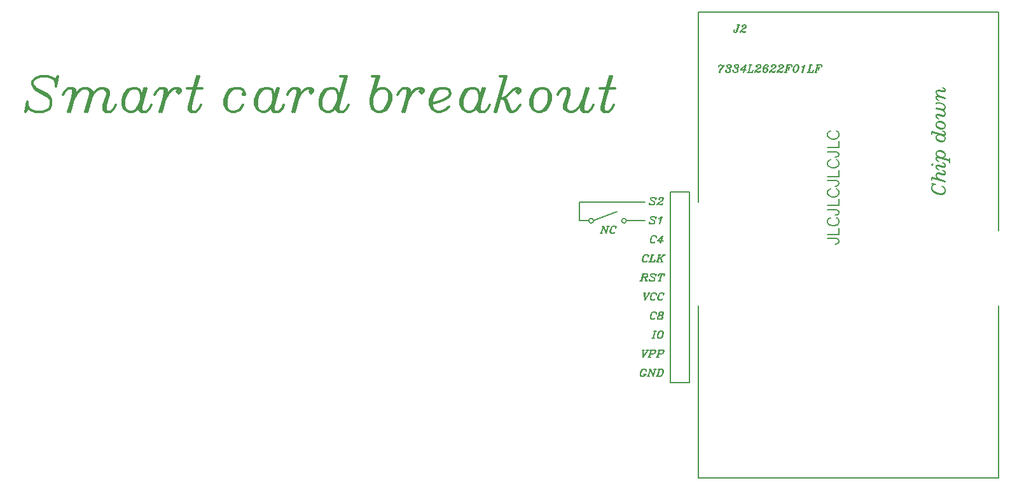
<source format=gto>
%FSLAX46Y46*%
%MOMM*%
%ADD10C,0.150000*%
%ADD11C,0.350000*%
G01*
%LPD*%
G01*
%LPD*%
D10*
X46372760Y1168571D02*
X46325144Y1168571D01*
D10*
X46420380Y1263809D02*
X46372760Y1168571D01*
D10*
X46372760Y978095D02*
X46420380Y1263809D01*
D10*
X46372760Y1073333D02*
X46372760Y978095D01*
D10*
X46325144Y1168571D02*
X46372760Y1073333D01*
D10*
X46277524Y1216190D02*
X46325144Y1168571D01*
D10*
X46182284Y1263809D02*
X46277524Y1216190D01*
D10*
X46039428Y1263809D02*
X46182284Y1263809D01*
D10*
X45896572Y1216190D02*
X46039428Y1263809D01*
D10*
X45801332Y1120952D02*
X45896572Y1216190D01*
D10*
X45706096Y978095D02*
X45801332Y1120952D01*
D10*
X45658476Y835238D02*
X45706096Y978095D01*
D10*
X45610856Y644761D02*
X45658476Y835238D01*
D10*
X45610856Y501904D02*
X45610856Y644761D01*
D10*
X45658476Y359047D02*
X45610856Y501904D01*
D10*
X45706096Y311428D02*
X45658476Y359047D01*
D10*
X45848952Y263809D02*
X45706096Y311428D01*
D10*
X45991808Y263809D02*
X45848952Y263809D01*
D10*
X46087048Y311428D02*
X45991808Y263809D01*
D10*
X46182284Y406666D02*
X46087048Y311428D01*
D10*
X46229904Y501904D02*
X46182284Y406666D01*
D10*
X45944192Y1216190D02*
X46039428Y1263809D01*
D10*
X45848952Y1120952D02*
X45944192Y1216190D01*
D10*
X45753716Y978095D02*
X45848952Y1120952D01*
D10*
X45706096Y835238D02*
X45753716Y978095D01*
D10*
X45658476Y644761D02*
X45706096Y835238D01*
D10*
X45658476Y501904D02*
X45658476Y644761D01*
D10*
X45706096Y359047D02*
X45658476Y501904D01*
D10*
X45753716Y311428D02*
X45706096Y359047D01*
D10*
X45848952Y263809D02*
X45753716Y311428D01*
D10*
X46944192Y263809D02*
X47229904Y1216190D01*
D10*
X46991808Y263809D02*
X47277524Y1263809D01*
D10*
X46563240Y549523D02*
X47277524Y1263809D01*
D10*
X47325144Y549523D02*
X46563240Y549523D01*
D10*
X70357144Y857142D02*
X69214288Y857142D01*
D10*
X70571432Y785714D02*
X70357144Y857142D01*
D10*
X70642856Y714285D02*
X70571432Y785714D01*
D10*
X70714288Y571428D02*
X70642856Y714285D01*
D10*
X70714288Y428571D02*
X70714288Y571428D01*
D10*
X70642856Y285714D02*
X70714288Y428571D01*
D10*
X70571432Y214285D02*
X70642856Y285714D01*
D10*
X70357144Y142857D02*
X70571432Y214285D01*
D10*
X70214288Y142857D02*
X70357144Y142857D01*
D10*
X70714288Y1428571D02*
X69214288Y1428571D01*
D10*
X70714288Y2285714D02*
X70714288Y1428571D01*
D10*
X69428568Y3571428D02*
X69571432Y3642857D01*
D10*
X69285712Y3428571D02*
X69428568Y3571428D01*
D10*
X69214288Y3285714D02*
X69285712Y3428571D01*
D10*
X69214288Y3000000D02*
X69214288Y3285714D01*
D10*
X69285712Y2857142D02*
X69214288Y3000000D01*
D10*
X69428568Y2714285D02*
X69285712Y2857142D01*
D10*
X69571432Y2642857D02*
X69428568Y2714285D01*
D10*
X69785712Y2571428D02*
X69571432Y2642857D01*
D10*
X70142856Y2571428D02*
X69785712Y2571428D01*
D10*
X70357144Y2642857D02*
X70142856Y2571428D01*
D10*
X70500000Y2714285D02*
X70357144Y2642857D01*
D10*
X70642856Y2857142D02*
X70500000Y2714285D01*
D10*
X70714288Y3000000D02*
X70642856Y2857142D01*
D10*
X70714288Y3285714D02*
X70714288Y3000000D01*
D10*
X70642856Y3428571D02*
X70714288Y3285714D01*
D10*
X70500000Y3571428D02*
X70642856Y3428571D01*
D10*
X70357144Y3642857D02*
X70500000Y3571428D01*
D10*
X70357144Y4714285D02*
X69214288Y4714285D01*
D10*
X70571432Y4642857D02*
X70357144Y4714285D01*
D10*
X70642856Y4571428D02*
X70571432Y4642857D01*
D10*
X70714288Y4428571D02*
X70642856Y4571428D01*
D10*
X70714288Y4285714D02*
X70714288Y4428571D01*
D10*
X70642856Y4142857D02*
X70714288Y4285714D01*
D10*
X70571432Y4071428D02*
X70642856Y4142857D01*
D10*
X70357144Y4000000D02*
X70571432Y4071428D01*
D10*
X70214288Y4000000D02*
X70357144Y4000000D01*
D10*
X70714288Y5285714D02*
X69214288Y5285714D01*
D10*
X70714288Y6142857D02*
X70714288Y5285714D01*
D10*
X69428568Y7428571D02*
X69571432Y7500000D01*
D10*
X69285712Y7285714D02*
X69428568Y7428571D01*
D10*
X69214288Y7142857D02*
X69285712Y7285714D01*
D10*
X69214288Y6857143D02*
X69214288Y7142857D01*
D10*
X69285712Y6714285D02*
X69214288Y6857143D01*
D10*
X69428568Y6571428D02*
X69285712Y6714285D01*
D10*
X69571432Y6500000D02*
X69428568Y6571428D01*
D10*
X69785712Y6428571D02*
X69571432Y6500000D01*
D10*
X70142856Y6428571D02*
X69785712Y6428571D01*
D10*
X70357144Y6500000D02*
X70142856Y6428571D01*
D10*
X70500000Y6571428D02*
X70357144Y6500000D01*
D10*
X70642856Y6714285D02*
X70500000Y6571428D01*
D10*
X70714288Y6857143D02*
X70642856Y6714285D01*
D10*
X70714288Y7142857D02*
X70714288Y6857143D01*
D10*
X70642856Y7285714D02*
X70714288Y7142857D01*
D10*
X70500000Y7428571D02*
X70642856Y7285714D01*
D10*
X70357144Y7500000D02*
X70500000Y7428571D01*
D10*
X70357144Y8571428D02*
X69214288Y8571428D01*
D10*
X70571432Y8500000D02*
X70357144Y8571428D01*
D10*
X70642856Y8428571D02*
X70571432Y8500000D01*
D10*
X70714288Y8285714D02*
X70642856Y8428571D01*
D10*
X70714288Y8142857D02*
X70714288Y8285714D01*
D10*
X70642856Y8000000D02*
X70714288Y8142857D01*
D10*
X70571432Y7928571D02*
X70642856Y8000000D01*
D10*
X70357144Y7857142D02*
X70571432Y7928571D01*
D10*
X70214288Y7857142D02*
X70357144Y7857142D01*
D10*
X70714288Y9142857D02*
X69214288Y9142857D01*
D10*
X70714288Y10000000D02*
X70714288Y9142857D01*
D10*
X69428568Y11285714D02*
X69571432Y11357143D01*
D10*
X69285712Y11142857D02*
X69428568Y11285714D01*
D10*
X69214288Y11000000D02*
X69285712Y11142857D01*
D10*
X69214288Y10714286D02*
X69214288Y11000000D01*
D10*
X69285712Y10571428D02*
X69214288Y10714286D01*
D10*
X69428568Y10428571D02*
X69285712Y10571428D01*
D10*
X69571432Y10357143D02*
X69428568Y10428571D01*
D10*
X69785712Y10285714D02*
X69571432Y10357143D01*
D10*
X70142856Y10285714D02*
X69785712Y10285714D01*
D10*
X70357144Y10357143D02*
X70142856Y10285714D01*
D10*
X70500000Y10428571D02*
X70357144Y10357143D01*
D10*
X70642856Y10571428D02*
X70500000Y10428571D01*
D10*
X70714288Y10714286D02*
X70642856Y10571428D01*
D10*
X70714288Y11000000D02*
X70714288Y10714286D01*
D10*
X70642856Y11142857D02*
X70714288Y11000000D01*
D10*
X70500000Y11285714D02*
X70642856Y11142857D01*
D10*
X70357144Y11357143D02*
X70500000Y11285714D01*
D10*
X70357144Y12428571D02*
X69214288Y12428571D01*
D10*
X70571432Y12357143D02*
X70357144Y12428571D01*
D10*
X70642856Y12285714D02*
X70571432Y12357143D01*
D10*
X70714288Y12142857D02*
X70642856Y12285714D01*
D10*
X70714288Y12000000D02*
X70714288Y12142857D01*
D10*
X70642856Y11857143D02*
X70714288Y12000000D01*
D10*
X70571432Y11785714D02*
X70642856Y11857143D01*
D10*
X70357144Y11714286D02*
X70571432Y11785714D01*
D10*
X70214288Y11714286D02*
X70357144Y11714286D01*
D10*
X70714288Y13000000D02*
X69214288Y13000000D01*
D10*
X70714288Y13857143D02*
X70714288Y13000000D01*
D10*
X69428568Y15142857D02*
X69571432Y15214285D01*
D10*
X69285712Y15000000D02*
X69428568Y15142857D01*
D10*
X69214288Y14857143D02*
X69285712Y15000000D01*
D10*
X69214288Y14571428D02*
X69214288Y14857143D01*
D10*
X69285712Y14428571D02*
X69214288Y14571428D01*
D10*
X69428568Y14285714D02*
X69285712Y14428571D01*
D10*
X69571432Y14214285D02*
X69428568Y14285714D01*
D10*
X69785712Y14142857D02*
X69571432Y14214285D01*
D10*
X70142856Y14142857D02*
X69785712Y14142857D01*
D10*
X70357144Y14214285D02*
X70142856Y14142857D01*
D10*
X70500000Y14285714D02*
X70357144Y14214285D01*
D10*
X70642856Y14428571D02*
X70500000Y14285714D01*
D10*
X70714288Y14571428D02*
X70642856Y14428571D01*
D10*
X70714288Y14857143D02*
X70714288Y14571428D01*
D10*
X70642856Y15000000D02*
X70714288Y14857143D01*
D10*
X70500000Y15142857D02*
X70642856Y15000000D01*
D10*
X70357144Y15214285D02*
X70500000Y15142857D01*
D10*
X45325144Y-1371428D02*
X45277524Y-1371428D01*
D10*
X45372760Y-1276190D02*
X45325144Y-1371428D01*
D10*
X45325144Y-1561904D02*
X45372760Y-1276190D01*
D10*
X45325144Y-1466666D02*
X45325144Y-1561904D01*
D10*
X45277524Y-1371428D02*
X45325144Y-1466666D01*
D10*
X45229904Y-1323809D02*
X45277524Y-1371428D01*
D10*
X45134668Y-1276190D02*
X45229904Y-1323809D01*
D10*
X44991808Y-1276190D02*
X45134668Y-1276190D01*
D10*
X44848952Y-1323809D02*
X44991808Y-1276190D01*
D10*
X44753716Y-1419047D02*
X44848952Y-1323809D01*
D10*
X44658476Y-1561904D02*
X44753716Y-1419047D01*
D10*
X44610856Y-1704761D02*
X44658476Y-1561904D01*
D10*
X44563240Y-1895238D02*
X44610856Y-1704761D01*
D10*
X44563240Y-2038095D02*
X44563240Y-1895238D01*
D10*
X44610856Y-2180952D02*
X44563240Y-2038095D01*
D10*
X44658476Y-2228571D02*
X44610856Y-2180952D01*
D10*
X44801332Y-2276190D02*
X44658476Y-2228571D01*
D10*
X44944192Y-2276190D02*
X44801332Y-2276190D01*
D10*
X45039428Y-2228571D02*
X44944192Y-2276190D01*
D10*
X45134668Y-2133333D02*
X45039428Y-2228571D01*
D10*
X45182284Y-2038095D02*
X45134668Y-2133333D01*
D10*
X44896572Y-1323809D02*
X44991808Y-1276190D01*
D10*
X44801332Y-1419047D02*
X44896572Y-1323809D01*
D10*
X44706096Y-1561904D02*
X44801332Y-1419047D01*
D10*
X44658476Y-1704761D02*
X44706096Y-1561904D01*
D10*
X44610856Y-1895238D02*
X44658476Y-1704761D01*
D10*
X44610856Y-2038095D02*
X44610856Y-1895238D01*
D10*
X44658476Y-2180952D02*
X44610856Y-2038095D01*
D10*
X44706096Y-2228571D02*
X44658476Y-2180952D01*
D10*
X44801332Y-2276190D02*
X44706096Y-2228571D01*
D10*
X45563240Y-2276190D02*
X45848952Y-1276190D01*
D10*
X45610856Y-2276190D02*
X45896572Y-1276190D01*
D10*
X46039428Y-1276190D02*
X45706096Y-1276190D01*
D10*
X46134668Y-2276190D02*
X45420380Y-2276190D01*
D10*
X46229904Y-1990476D02*
X46134668Y-2276190D01*
D10*
X46087048Y-2276190D02*
X46229904Y-1990476D01*
D10*
X46515620Y-2276190D02*
X46801332Y-1276190D01*
D10*
X46563240Y-2276190D02*
X46848952Y-1276190D01*
D10*
X46658476Y-1895238D02*
X47468000Y-1276190D01*
D10*
X47182284Y-2276190D02*
X46991808Y-1704761D01*
D10*
X47134668Y-2276190D02*
X46944192Y-1704761D01*
D10*
X46991808Y-1276190D02*
X46658476Y-1276190D01*
D10*
X47563240Y-1276190D02*
X47277524Y-1276190D01*
D10*
X46706096Y-2276190D02*
X46372760Y-2276190D01*
D10*
X47277524Y-2276190D02*
X46991808Y-2276190D01*
D10*
X46325144Y6248571D02*
X46277524Y6248571D01*
D10*
X46372760Y6343809D02*
X46325144Y6248571D01*
D10*
X46325144Y6058095D02*
X46372760Y6343809D01*
D10*
X46325144Y6153333D02*
X46325144Y6058095D01*
D10*
X46277524Y6248571D02*
X46325144Y6153333D01*
D10*
X46229904Y6296190D02*
X46277524Y6248571D01*
D10*
X46087048Y6343809D02*
X46229904Y6296190D01*
D10*
X45896572Y6343809D02*
X46087048Y6343809D01*
D10*
X45753716Y6296190D02*
X45896572Y6343809D01*
D10*
X45658476Y6200952D02*
X45753716Y6296190D01*
D10*
X45658476Y6105714D02*
X45658476Y6200952D01*
D10*
X45706096Y6010476D02*
X45658476Y6105714D01*
D10*
X45753716Y5962857D02*
X45706096Y6010476D01*
D10*
X46087048Y5772381D02*
X45753716Y5962857D01*
D10*
X46182284Y5677143D02*
X46087048Y5772381D01*
D10*
X45753716Y6010476D02*
X45658476Y6105714D01*
D10*
X46087048Y5820000D02*
X45753716Y6010476D01*
D10*
X46134668Y5772381D02*
X46087048Y5820000D01*
D10*
X46182284Y5677143D02*
X46134668Y5772381D01*
D10*
X46182284Y5534285D02*
X46182284Y5677143D01*
D10*
X46134668Y5439047D02*
X46182284Y5534285D01*
D10*
X46087048Y5391428D02*
X46134668Y5439047D01*
D10*
X45944192Y5343809D02*
X46087048Y5391428D01*
D10*
X45753716Y5343809D02*
X45944192Y5343809D01*
D10*
X45610856Y5391428D02*
X45753716Y5343809D01*
D10*
X45563240Y5439047D02*
X45610856Y5391428D01*
D10*
X45515620Y5534285D02*
X45563240Y5439047D01*
D10*
X45515620Y5629524D02*
X45515620Y5534285D01*
D10*
X45468000Y5343809D02*
X45515620Y5629524D01*
D10*
X45515620Y5439047D02*
X45468000Y5343809D01*
D10*
X45563240Y5439047D02*
X45515620Y5439047D01*
D10*
X46848952Y6105714D02*
X46801332Y6153333D01*
D10*
X46801332Y6058095D02*
X46848952Y6105714D01*
D10*
X46753716Y6105714D02*
X46801332Y6058095D01*
D10*
X46753716Y6153333D02*
X46753716Y6105714D01*
D10*
X46801332Y6248571D02*
X46753716Y6153333D01*
D10*
X46848952Y6296190D02*
X46801332Y6248571D01*
D10*
X46991808Y6343809D02*
X46848952Y6296190D01*
D10*
X47134668Y6343809D02*
X46991808Y6343809D01*
D10*
X47277524Y6296190D02*
X47134668Y6343809D01*
D10*
X47325144Y6200952D02*
X47277524Y6296190D01*
D10*
X47325144Y6105714D02*
X47325144Y6200952D01*
D10*
X47277524Y6010476D02*
X47325144Y6105714D01*
D10*
X47182284Y5915238D02*
X47277524Y6010476D01*
D10*
X47039428Y5820000D02*
X47182284Y5915238D01*
D10*
X46848952Y5724762D02*
X47039428Y5820000D01*
D10*
X46706096Y5629524D02*
X46848952Y5724762D01*
D10*
X46610856Y5534285D02*
X46706096Y5629524D01*
D10*
X46515620Y5343809D02*
X46610856Y5534285D01*
D10*
X47229904Y6296190D02*
X47134668Y6343809D01*
D10*
X47277524Y6200952D02*
X47229904Y6296190D01*
D10*
X47277524Y6105714D02*
X47277524Y6200952D01*
D10*
X47229904Y6010476D02*
X47277524Y6105714D01*
D10*
X47134668Y5915238D02*
X47229904Y6010476D01*
D10*
X46848952Y5724762D02*
X47134668Y5915238D01*
D10*
X46610856Y5486666D02*
X46563240Y5439047D01*
D10*
X46706096Y5486666D02*
X46610856Y5486666D01*
D10*
X46944192Y5391428D02*
X46706096Y5486666D01*
D10*
X47087048Y5391428D02*
X46944192Y5391428D01*
D10*
X47182284Y5439047D02*
X47087048Y5391428D01*
D10*
X47229904Y5534285D02*
X47182284Y5439047D01*
D10*
X46944192Y5343809D02*
X46706096Y5486666D01*
D10*
X47087048Y5343809D02*
X46944192Y5343809D01*
D10*
X47182284Y5391428D02*
X47087048Y5343809D01*
D10*
X47229904Y5534285D02*
X47182284Y5391428D01*
D10*
X46325144Y3708571D02*
X46277524Y3708571D01*
D10*
X46372760Y3803809D02*
X46325144Y3708571D01*
D10*
X46325144Y3518095D02*
X46372760Y3803809D01*
D10*
X46325144Y3613333D02*
X46325144Y3518095D01*
D10*
X46277524Y3708571D02*
X46325144Y3613333D01*
D10*
X46229904Y3756190D02*
X46277524Y3708571D01*
D10*
X46087048Y3803809D02*
X46229904Y3756190D01*
D10*
X45896572Y3803809D02*
X46087048Y3803809D01*
D10*
X45753716Y3756190D02*
X45896572Y3803809D01*
D10*
X45658476Y3660952D02*
X45753716Y3756190D01*
D10*
X45658476Y3565714D02*
X45658476Y3660952D01*
D10*
X45706096Y3470476D02*
X45658476Y3565714D01*
D10*
X45753716Y3422857D02*
X45706096Y3470476D01*
D10*
X46087048Y3232381D02*
X45753716Y3422857D01*
D10*
X46182284Y3137142D02*
X46087048Y3232381D01*
D10*
X45753716Y3470476D02*
X45658476Y3565714D01*
D10*
X46087048Y3280000D02*
X45753716Y3470476D01*
D10*
X46134668Y3232381D02*
X46087048Y3280000D01*
D10*
X46182284Y3137142D02*
X46134668Y3232381D01*
D10*
X46182284Y2994285D02*
X46182284Y3137142D01*
D10*
X46134668Y2899047D02*
X46182284Y2994285D01*
D10*
X46087048Y2851428D02*
X46134668Y2899047D01*
D10*
X45944192Y2803809D02*
X46087048Y2851428D01*
D10*
X45753716Y2803809D02*
X45944192Y2803809D01*
D10*
X45610856Y2851428D02*
X45753716Y2803809D01*
D10*
X45563240Y2899047D02*
X45610856Y2851428D01*
D10*
X45515620Y2994285D02*
X45563240Y2899047D01*
D10*
X45515620Y3089523D02*
X45515620Y2994285D01*
D10*
X45468000Y2803809D02*
X45515620Y3089523D01*
D10*
X45515620Y2899047D02*
X45468000Y2803809D01*
D10*
X45563240Y2899047D02*
X45515620Y2899047D01*
D10*
X46801332Y2803809D02*
X47039428Y3613333D01*
D10*
X46848952Y2803809D02*
X47134668Y3803809D01*
D10*
X46991808Y3660952D02*
X47134668Y3803809D01*
D10*
X46848952Y3565714D02*
X46991808Y3660952D01*
D10*
X46753716Y3518095D02*
X46848952Y3565714D01*
D10*
X46896572Y3565714D02*
X47087048Y3660952D01*
D10*
X46753716Y3518095D02*
X46896572Y3565714D01*
D10*
X46372760Y-8991429D02*
X46325144Y-8991429D01*
D10*
X46420380Y-8896190D02*
X46372760Y-8991429D01*
D10*
X46372760Y-9181905D02*
X46420380Y-8896190D01*
D10*
X46372760Y-9086667D02*
X46372760Y-9181905D01*
D10*
X46325144Y-8991429D02*
X46372760Y-9086667D01*
D10*
X46277524Y-8943810D02*
X46325144Y-8991429D01*
D10*
X46182284Y-8896190D02*
X46277524Y-8943810D01*
D10*
X46039428Y-8896190D02*
X46182284Y-8896190D01*
D10*
X45896572Y-8943810D02*
X46039428Y-8896190D01*
D10*
X45801332Y-9039048D02*
X45896572Y-8943810D01*
D10*
X45706096Y-9181905D02*
X45801332Y-9039048D01*
D10*
X45658476Y-9324762D02*
X45706096Y-9181905D01*
D10*
X45610856Y-9515238D02*
X45658476Y-9324762D01*
D10*
X45610856Y-9658095D02*
X45610856Y-9515238D01*
D10*
X45658476Y-9800952D02*
X45610856Y-9658095D01*
D10*
X45706096Y-9848571D02*
X45658476Y-9800952D01*
D10*
X45848952Y-9896190D02*
X45706096Y-9848571D01*
D10*
X45991808Y-9896190D02*
X45848952Y-9896190D01*
D10*
X46087048Y-9848571D02*
X45991808Y-9896190D01*
D10*
X46182284Y-9753333D02*
X46087048Y-9848571D01*
D10*
X46229904Y-9658095D02*
X46182284Y-9753333D01*
D10*
X45944192Y-8943810D02*
X46039428Y-8896190D01*
D10*
X45848952Y-9039048D02*
X45944192Y-8943810D01*
D10*
X45753716Y-9181905D02*
X45848952Y-9039048D01*
D10*
X45706096Y-9324762D02*
X45753716Y-9181905D01*
D10*
X45658476Y-9515238D02*
X45706096Y-9324762D01*
D10*
X45658476Y-9658095D02*
X45658476Y-9515238D01*
D10*
X45706096Y-9800952D02*
X45658476Y-9658095D01*
D10*
X45753716Y-9848571D02*
X45706096Y-9800952D01*
D10*
X45848952Y-9896190D02*
X45753716Y-9848571D01*
D10*
X46848952Y-8943810D02*
X46991808Y-8896190D01*
D10*
X46801332Y-8991429D02*
X46848952Y-8943810D01*
D10*
X46753716Y-9086667D02*
X46801332Y-8991429D01*
D10*
X46753716Y-9229524D02*
X46753716Y-9086667D01*
D10*
X46801332Y-9324762D02*
X46753716Y-9229524D01*
D10*
X46896572Y-9372381D02*
X46801332Y-9324762D01*
D10*
X47039428Y-9372381D02*
X46896572Y-9372381D01*
D10*
X47229904Y-9324762D02*
X47039428Y-9372381D01*
D10*
X47277524Y-9277143D02*
X47229904Y-9324762D01*
D10*
X47325144Y-9181905D02*
X47277524Y-9277143D01*
D10*
X47325144Y-9039048D02*
X47325144Y-9181905D01*
D10*
X47277524Y-8943810D02*
X47325144Y-9039048D01*
D10*
X47134668Y-8896190D02*
X47277524Y-8943810D01*
D10*
X46991808Y-8896190D02*
X47134668Y-8896190D01*
D10*
X46896572Y-8943810D02*
X46991808Y-8896190D01*
D10*
X46848952Y-8991429D02*
X46896572Y-8943810D01*
D10*
X46801332Y-9086667D02*
X46848952Y-8991429D01*
D10*
X46801332Y-9229524D02*
X46801332Y-9086667D01*
D10*
X46848952Y-9324762D02*
X46801332Y-9229524D01*
D10*
X46896572Y-9372381D02*
X46848952Y-9324762D01*
D10*
X47182284Y-9324762D02*
X47039428Y-9372381D01*
D10*
X47229904Y-9277143D02*
X47182284Y-9324762D01*
D10*
X47277524Y-9181905D02*
X47229904Y-9277143D01*
D10*
X47277524Y-9039048D02*
X47277524Y-9181905D01*
D10*
X47229904Y-8943810D02*
X47277524Y-9039048D01*
D10*
X47134668Y-8896190D02*
X47229904Y-8943810D01*
D10*
X46706096Y-9420000D02*
X46896572Y-9372381D01*
D10*
X46610856Y-9515238D02*
X46706096Y-9420000D01*
D10*
X46563240Y-9610476D02*
X46610856Y-9515238D01*
D10*
X46563240Y-9753333D02*
X46563240Y-9610476D01*
D10*
X46610856Y-9848571D02*
X46563240Y-9753333D01*
D10*
X46753716Y-9896190D02*
X46610856Y-9848571D01*
D10*
X46944192Y-9896190D02*
X46753716Y-9896190D01*
D10*
X47134668Y-9848571D02*
X46944192Y-9896190D01*
D10*
X47182284Y-9800952D02*
X47134668Y-9848571D01*
D10*
X47229904Y-9705714D02*
X47182284Y-9800952D01*
D10*
X47229904Y-9562857D02*
X47229904Y-9705714D01*
D10*
X47182284Y-9467619D02*
X47229904Y-9562857D01*
D10*
X47134668Y-9420000D02*
X47182284Y-9467619D01*
D10*
X47039428Y-9372381D02*
X47134668Y-9420000D01*
D10*
X46753716Y-9420000D02*
X46896572Y-9372381D01*
D10*
X46658476Y-9515238D02*
X46753716Y-9420000D01*
D10*
X46610856Y-9610476D02*
X46658476Y-9515238D01*
D10*
X46610856Y-9753333D02*
X46610856Y-9610476D01*
D10*
X46658476Y-9848571D02*
X46610856Y-9753333D01*
D10*
X46753716Y-9896190D02*
X46658476Y-9848571D01*
D10*
X47087048Y-9848571D02*
X46944192Y-9896190D01*
D10*
X47134668Y-9800952D02*
X47087048Y-9848571D01*
D10*
X47182284Y-9705714D02*
X47134668Y-9800952D01*
D10*
X47182284Y-9515238D02*
X47182284Y-9705714D01*
D10*
X47134668Y-9420000D02*
X47182284Y-9515238D01*
D10*
X44848952Y-7356190D02*
X44801332Y-6356190D01*
D10*
X44896572Y-7260952D02*
X44848952Y-6356190D01*
D10*
X44848952Y-7356190D02*
X45468000Y-6356190D01*
D10*
X44991808Y-6356190D02*
X44706096Y-6356190D01*
D10*
X45563240Y-6356190D02*
X45277524Y-6356190D01*
D10*
X46372760Y-6451428D02*
X46325144Y-6451428D01*
D10*
X46420380Y-6356190D02*
X46372760Y-6451428D01*
D10*
X46372760Y-6641905D02*
X46420380Y-6356190D01*
D10*
X46372760Y-6546666D02*
X46372760Y-6641905D01*
D10*
X46325144Y-6451428D02*
X46372760Y-6546666D01*
D10*
X46277524Y-6403809D02*
X46325144Y-6451428D01*
D10*
X46182284Y-6356190D02*
X46277524Y-6403809D01*
D10*
X46039428Y-6356190D02*
X46182284Y-6356190D01*
D10*
X45896572Y-6403809D02*
X46039428Y-6356190D01*
D10*
X45801332Y-6499047D02*
X45896572Y-6403809D01*
D10*
X45706096Y-6641905D02*
X45801332Y-6499047D01*
D10*
X45658476Y-6784762D02*
X45706096Y-6641905D01*
D10*
X45610856Y-6975238D02*
X45658476Y-6784762D01*
D10*
X45610856Y-7118095D02*
X45610856Y-6975238D01*
D10*
X45658476Y-7260952D02*
X45610856Y-7118095D01*
D10*
X45706096Y-7308571D02*
X45658476Y-7260952D01*
D10*
X45848952Y-7356190D02*
X45706096Y-7308571D01*
D10*
X45991808Y-7356190D02*
X45848952Y-7356190D01*
D10*
X46087048Y-7308571D02*
X45991808Y-7356190D01*
D10*
X46182284Y-7213333D02*
X46087048Y-7308571D01*
D10*
X46229904Y-7118095D02*
X46182284Y-7213333D01*
D10*
X45944192Y-6403809D02*
X46039428Y-6356190D01*
D10*
X45848952Y-6499047D02*
X45944192Y-6403809D01*
D10*
X45753716Y-6641905D02*
X45848952Y-6499047D01*
D10*
X45706096Y-6784762D02*
X45753716Y-6641905D01*
D10*
X45658476Y-6975238D02*
X45706096Y-6784762D01*
D10*
X45658476Y-7118095D02*
X45658476Y-6975238D01*
D10*
X45706096Y-7260952D02*
X45658476Y-7118095D01*
D10*
X45753716Y-7308571D02*
X45706096Y-7260952D01*
D10*
X45848952Y-7356190D02*
X45753716Y-7308571D01*
D10*
X47372760Y-6451428D02*
X47325144Y-6451428D01*
D10*
X47420380Y-6356190D02*
X47372760Y-6451428D01*
D10*
X47372760Y-6641905D02*
X47420380Y-6356190D01*
D10*
X47372760Y-6546666D02*
X47372760Y-6641905D01*
D10*
X47325144Y-6451428D02*
X47372760Y-6546666D01*
D10*
X47277524Y-6403809D02*
X47325144Y-6451428D01*
D10*
X47182284Y-6356190D02*
X47277524Y-6403809D01*
D10*
X47039428Y-6356190D02*
X47182284Y-6356190D01*
D10*
X46896572Y-6403809D02*
X47039428Y-6356190D01*
D10*
X46801332Y-6499047D02*
X46896572Y-6403809D01*
D10*
X46706096Y-6641905D02*
X46801332Y-6499047D01*
D10*
X46658476Y-6784762D02*
X46706096Y-6641905D01*
D10*
X46610856Y-6975238D02*
X46658476Y-6784762D01*
D10*
X46610856Y-7118095D02*
X46610856Y-6975238D01*
D10*
X46658476Y-7260952D02*
X46610856Y-7118095D01*
D10*
X46706096Y-7308571D02*
X46658476Y-7260952D01*
D10*
X46848952Y-7356190D02*
X46706096Y-7308571D01*
D10*
X46991808Y-7356190D02*
X46848952Y-7356190D01*
D10*
X47087048Y-7308571D02*
X46991808Y-7356190D01*
D10*
X47182284Y-7213333D02*
X47087048Y-7308571D01*
D10*
X47229904Y-7118095D02*
X47182284Y-7213333D01*
D10*
X46944192Y-6403809D02*
X47039428Y-6356190D01*
D10*
X46848952Y-6499047D02*
X46944192Y-6403809D01*
D10*
X46753716Y-6641905D02*
X46848952Y-6499047D01*
D10*
X46706096Y-6784762D02*
X46753716Y-6641905D01*
D10*
X46658476Y-6975238D02*
X46706096Y-6784762D01*
D10*
X46658476Y-7118095D02*
X46658476Y-6975238D01*
D10*
X46706096Y-7260952D02*
X46658476Y-7118095D01*
D10*
X46753716Y-7308571D02*
X46706096Y-7260952D01*
D10*
X46848952Y-7356190D02*
X46753716Y-7308571D01*
D11*
X-33476190Y22035714D02*
X-33702380Y22035714D01*
D11*
X-33250000Y22488096D02*
X-33476190Y22035714D01*
D11*
X-33476190Y21130952D02*
X-33250000Y22488096D01*
D11*
X-33476190Y21583334D02*
X-33476190Y21130952D01*
D11*
X-33702380Y22035714D02*
X-33476190Y21583334D01*
D11*
X-33928572Y22261904D02*
X-33702380Y22035714D01*
D11*
X-34607144Y22488096D02*
X-33928572Y22261904D01*
D11*
X-35511904Y22488096D02*
X-34607144Y22488096D01*
D11*
X-36190476Y22261904D02*
X-35511904Y22488096D01*
D11*
X-36642856Y21809524D02*
X-36190476Y22261904D01*
D11*
X-36642856Y21357142D02*
X-36642856Y21809524D01*
D11*
X-36416668Y20904762D02*
X-36642856Y21357142D01*
D11*
X-36190476Y20678572D02*
X-36416668Y20904762D01*
D11*
X-34607144Y19773810D02*
X-36190476Y20678572D01*
D11*
X-34154760Y19321428D02*
X-34607144Y19773810D01*
D11*
X-36190476Y20904762D02*
X-36642856Y21357142D01*
D11*
X-34607144Y20000000D02*
X-36190476Y20904762D01*
D11*
X-34380952Y19773810D02*
X-34607144Y20000000D01*
D11*
X-34154760Y19321428D02*
X-34380952Y19773810D01*
D11*
X-34154760Y18642858D02*
X-34154760Y19321428D01*
D11*
X-34380952Y18190476D02*
X-34154760Y18642858D01*
D11*
X-34607144Y17964286D02*
X-34380952Y18190476D01*
D11*
X-35285716Y17738096D02*
X-34607144Y17964286D01*
D11*
X-36190476Y17738096D02*
X-35285716Y17738096D01*
D11*
X-36869048Y17964286D02*
X-36190476Y17738096D01*
D11*
X-37095240Y18190476D02*
X-36869048Y17964286D01*
D11*
X-37321428Y18642858D02*
X-37095240Y18190476D01*
D11*
X-37321428Y19095238D02*
X-37321428Y18642858D01*
D11*
X-37547620Y17738096D02*
X-37321428Y19095238D01*
D11*
X-37321428Y18190476D02*
X-37547620Y17738096D01*
D11*
X-37095240Y18190476D02*
X-37321428Y18190476D01*
D11*
X-32345238Y20452380D02*
X-32571428Y20000000D01*
D11*
X-31892858Y20904762D02*
X-32345238Y20452380D01*
D11*
X-31214286Y20904762D02*
X-31892858Y20904762D01*
D11*
X-30988096Y20678572D02*
X-31214286Y20904762D01*
D11*
X-30988096Y20226190D02*
X-30988096Y20678572D01*
D11*
X-31214286Y19321428D02*
X-30988096Y20226190D01*
D11*
X-31666668Y17738096D02*
X-31214286Y19321428D01*
D11*
X-31214286Y20678572D02*
X-31440476Y20904762D01*
D11*
X-31214286Y20226190D02*
X-31214286Y20678572D01*
D11*
X-31440476Y19321428D02*
X-31214286Y20226190D01*
D11*
X-31892858Y17738096D02*
X-31440476Y19321428D01*
D11*
X-30761904Y20226190D02*
X-31214286Y19321428D01*
D11*
X-30309524Y20678572D02*
X-30761904Y20226190D01*
D11*
X-29857144Y20904762D02*
X-30309524Y20678572D01*
D11*
X-29404762Y20904762D02*
X-29857144Y20904762D01*
D11*
X-28952380Y20678572D02*
X-29404762Y20904762D01*
D11*
X-28726192Y20452380D02*
X-28952380Y20678572D01*
D11*
X-28726192Y20000000D02*
X-28726192Y20452380D01*
D11*
X-29404762Y17738096D02*
X-28726192Y20000000D01*
D11*
X-28952380Y20452380D02*
X-29404762Y20904762D01*
D11*
X-28952380Y20000000D02*
X-28952380Y20452380D01*
D11*
X-29630952Y17738096D02*
X-28952380Y20000000D01*
D11*
X-28500000Y20226190D02*
X-28952380Y19321428D01*
D11*
X-28047620Y20678572D02*
X-28500000Y20226190D01*
D11*
X-27595238Y20904762D02*
X-28047620Y20678572D01*
D11*
X-27142858Y20904762D02*
X-27595238Y20904762D01*
D11*
X-26690476Y20678572D02*
X-27142858Y20904762D01*
D11*
X-26464286Y20452380D02*
X-26690476Y20678572D01*
D11*
X-26464286Y20000000D02*
X-26464286Y20452380D01*
D11*
X-26916668Y18642858D02*
X-26464286Y20000000D01*
D11*
X-26916668Y17964286D02*
X-26916668Y18642858D01*
D11*
X-26690476Y17738096D02*
X-26916668Y17964286D01*
D11*
X-26690476Y20452380D02*
X-27142858Y20904762D01*
D11*
X-26690476Y20000000D02*
X-26690476Y20452380D01*
D11*
X-27142858Y18642858D02*
X-26690476Y20000000D01*
D11*
X-27142858Y17964286D02*
X-27142858Y18642858D01*
D11*
X-26916668Y17738096D02*
X-27142858Y17964286D01*
D11*
X-26238096Y17738096D02*
X-26916668Y17738096D01*
D11*
X-25785716Y18190476D02*
X-26238096Y17738096D01*
D11*
X-25559524Y18642858D02*
X-25785716Y18190476D01*
D11*
X-22166668Y19321428D02*
X-21714286Y20904762D01*
D11*
X-22392858Y18416666D02*
X-22166668Y19321428D01*
D11*
X-22392858Y17964286D02*
X-22392858Y18416666D01*
D11*
X-22166668Y17738096D02*
X-22392858Y17964286D01*
D11*
X-21488096Y17738096D02*
X-22166668Y17738096D01*
D11*
X-21035714Y18190476D02*
X-21488096Y17738096D01*
D11*
X-20809524Y18642858D02*
X-21035714Y18190476D01*
D11*
X-21940476Y19321428D02*
X-21488096Y20904762D01*
D11*
X-22166668Y18416666D02*
X-21940476Y19321428D01*
D11*
X-22166668Y17964286D02*
X-22166668Y18416666D01*
D11*
X-21940476Y17738096D02*
X-22166668Y17964286D01*
D11*
X-22166668Y20000000D02*
X-22166668Y19321428D01*
D11*
X-22392858Y20678572D02*
X-22166668Y20000000D01*
D11*
X-22845240Y20904762D02*
X-22392858Y20678572D01*
D11*
X-23297620Y20904762D02*
X-22845240Y20904762D01*
D11*
X-23976192Y20678572D02*
X-23297620Y20904762D01*
D11*
X-24428572Y20000000D02*
X-23976192Y20678572D01*
D11*
X-24654762Y19321428D02*
X-24428572Y20000000D01*
D11*
X-24654762Y18642858D02*
X-24654762Y19321428D01*
D11*
X-24428572Y18190476D02*
X-24654762Y18642858D01*
D11*
X-24202380Y17964286D02*
X-24428572Y18190476D01*
D11*
X-23750000Y17738096D02*
X-24202380Y17964286D01*
D11*
X-23297620Y17738096D02*
X-23750000Y17738096D01*
D11*
X-22845240Y17964286D02*
X-23297620Y17738096D01*
D11*
X-22392858Y18642858D02*
X-22845240Y17964286D01*
D11*
X-22166668Y19321428D02*
X-22392858Y18642858D01*
D11*
X-23750000Y20678572D02*
X-23297620Y20904762D01*
D11*
X-24202380Y20000000D02*
X-23750000Y20678572D01*
D11*
X-24428572Y19321428D02*
X-24202380Y20000000D01*
D11*
X-24428572Y18416666D02*
X-24428572Y19321428D01*
D11*
X-24202380Y17964286D02*
X-24428572Y18416666D01*
D11*
X-20130952Y20452380D02*
X-20357144Y20000000D01*
D11*
X-19678572Y20904762D02*
X-20130952Y20452380D01*
D11*
X-19000000Y20904762D02*
X-19678572Y20904762D01*
D11*
X-18773810Y20678572D02*
X-19000000Y20904762D01*
D11*
X-18773810Y20226190D02*
X-18773810Y20678572D01*
D11*
X-19000000Y19321428D02*
X-18773810Y20226190D01*
D11*
X-19452382Y17738096D02*
X-19000000Y19321428D01*
D11*
X-19000000Y20678572D02*
X-19226192Y20904762D01*
D11*
X-19000000Y20226190D02*
X-19000000Y20678572D01*
D11*
X-19226192Y19321428D02*
X-19000000Y20226190D01*
D11*
X-19678572Y17738096D02*
X-19226192Y19321428D01*
D11*
X-18547620Y20226190D02*
X-19000000Y19321428D01*
D11*
X-18095238Y20678572D02*
X-18547620Y20226190D01*
D11*
X-17642858Y20904762D02*
X-18095238Y20678572D01*
D11*
X-17190476Y20904762D02*
X-17642858Y20904762D01*
D11*
X-16964286Y20678572D02*
X-17190476Y20904762D01*
D11*
X-16964286Y20452380D02*
X-16964286Y20678572D01*
D11*
X-17190476Y20226190D02*
X-16964286Y20452380D01*
D11*
X-17416668Y20452380D02*
X-17190476Y20226190D01*
D11*
X-17190476Y20678572D02*
X-17416668Y20452380D01*
D11*
X-15607144Y19321428D02*
X-14702382Y22488096D01*
D11*
X-15833334Y18416666D02*
X-15607144Y19321428D01*
D11*
X-15833334Y17964286D02*
X-15833334Y18416666D01*
D11*
X-15607144Y17738096D02*
X-15833334Y17964286D01*
D11*
X-14928572Y17738096D02*
X-15607144Y17738096D01*
D11*
X-14476192Y18190476D02*
X-14928572Y17738096D01*
D11*
X-14250000Y18642858D02*
X-14476192Y18190476D01*
D11*
X-15380954Y19321428D02*
X-14476192Y22488096D01*
D11*
X-15607144Y18416666D02*
X-15380954Y19321428D01*
D11*
X-15607144Y17964286D02*
X-15607144Y18416666D01*
D11*
X-15380954Y17738096D02*
X-15607144Y17964286D01*
D11*
X-14023810Y20904762D02*
X-16059524Y20904762D01*
D11*
X-8595240Y20000000D02*
X-8595240Y20226190D01*
D11*
X-8369048Y20000000D02*
X-8595240Y20000000D01*
D11*
X-8369048Y20226190D02*
X-8369048Y20000000D01*
D11*
X-8595240Y20678572D02*
X-8369048Y20226190D01*
D11*
X-9047620Y20904762D02*
X-8595240Y20678572D01*
D11*
X-9726192Y20904762D02*
X-9047620Y20904762D01*
D11*
X-10404762Y20678572D02*
X-9726192Y20904762D01*
D11*
X-10857144Y20000000D02*
X-10404762Y20678572D01*
D11*
X-11083334Y19321428D02*
X-10857144Y20000000D01*
D11*
X-11083334Y18642858D02*
X-11083334Y19321428D01*
D11*
X-10857144Y18190476D02*
X-11083334Y18642858D01*
D11*
X-10630954Y17964286D02*
X-10857144Y18190476D01*
D11*
X-10178572Y17738096D02*
X-10630954Y17964286D01*
D11*
X-9726192Y17738096D02*
X-10178572Y17738096D01*
D11*
X-9047620Y17964286D02*
X-9726192Y17738096D01*
D11*
X-8595240Y18642858D02*
X-9047620Y17964286D01*
D11*
X-10178572Y20678572D02*
X-9726192Y20904762D01*
D11*
X-10630954Y20000000D02*
X-10178572Y20678572D01*
D11*
X-10857144Y19321428D02*
X-10630954Y20000000D01*
D11*
X-10857144Y18416666D02*
X-10857144Y19321428D01*
D11*
X-10630954Y17964286D02*
X-10857144Y18416666D01*
D11*
X-4523810Y19321428D02*
X-4071428Y20904762D01*
D11*
X-4750002Y18416666D02*
X-4523810Y19321428D01*
D11*
X-4750002Y17964286D02*
X-4750002Y18416666D01*
D11*
X-4523810Y17738096D02*
X-4750002Y17964286D01*
D11*
X-3845240Y17738096D02*
X-4523810Y17738096D01*
D11*
X-3392860Y18190476D02*
X-3845240Y17738096D01*
D11*
X-3166668Y18642858D02*
X-3392860Y18190476D01*
D11*
X-4297620Y19321428D02*
X-3845240Y20904762D01*
D11*
X-4523810Y18416666D02*
X-4297620Y19321428D01*
D11*
X-4523810Y17964286D02*
X-4523810Y18416666D01*
D11*
X-4297620Y17738096D02*
X-4523810Y17964286D01*
D11*
X-4523810Y20000000D02*
X-4523810Y19321428D01*
D11*
X-4750002Y20678572D02*
X-4523810Y20000000D01*
D11*
X-5202382Y20904762D02*
X-4750002Y20678572D01*
D11*
X-5654762Y20904762D02*
X-5202382Y20904762D01*
D11*
X-6333334Y20678572D02*
X-5654762Y20904762D01*
D11*
X-6785716Y20000000D02*
X-6333334Y20678572D01*
D11*
X-7011906Y19321428D02*
X-6785716Y20000000D01*
D11*
X-7011906Y18642858D02*
X-7011906Y19321428D01*
D11*
X-6785716Y18190476D02*
X-7011906Y18642858D01*
D11*
X-6559524Y17964286D02*
X-6785716Y18190476D01*
D11*
X-6107144Y17738096D02*
X-6559524Y17964286D01*
D11*
X-5654762Y17738096D02*
X-6107144Y17738096D01*
D11*
X-5202382Y17964286D02*
X-5654762Y17738096D01*
D11*
X-4750002Y18642858D02*
X-5202382Y17964286D01*
D11*
X-4523810Y19321428D02*
X-4750002Y18642858D01*
D11*
X-6107144Y20678572D02*
X-5654762Y20904762D01*
D11*
X-6559524Y20000000D02*
X-6107144Y20678572D01*
D11*
X-6785716Y19321428D02*
X-6559524Y20000000D01*
D11*
X-6785716Y18416666D02*
X-6785716Y19321428D01*
D11*
X-6559524Y17964286D02*
X-6785716Y18416666D01*
D11*
X-2488096Y20452380D02*
X-2714288Y20000000D01*
D11*
X-2035716Y20904762D02*
X-2488096Y20452380D01*
D11*
X-1357144Y20904762D02*
X-2035716Y20904762D01*
D11*
X-1130952Y20678572D02*
X-1357144Y20904762D01*
D11*
X-1130952Y20226190D02*
X-1130952Y20678572D01*
D11*
X-1357144Y19321428D02*
X-1130952Y20226190D01*
D11*
X-1809524Y17738096D02*
X-1357144Y19321428D01*
D11*
X-1357144Y20678572D02*
X-1583336Y20904762D01*
D11*
X-1357144Y20226190D02*
X-1357144Y20678572D01*
D11*
X-1583336Y19321428D02*
X-1357144Y20226190D01*
D11*
X-2035716Y17738096D02*
X-1583336Y19321428D01*
D11*
X-904764Y20226190D02*
X-1357144Y19321428D01*
D11*
X-452384Y20678572D02*
X-904764Y20226190D01*
D11*
X0Y20904762D02*
X-452384Y20678572D01*
D11*
X452380Y20904762D02*
X0Y20904762D01*
D11*
X678572Y20678572D02*
X452380Y20904762D01*
D11*
X678572Y20452380D02*
X678572Y20678572D01*
D11*
X452380Y20226190D02*
X678572Y20452380D01*
D11*
X226188Y20452380D02*
X452380Y20226190D01*
D11*
X452380Y20678572D02*
X226188Y20452380D01*
D11*
X4071428Y19321428D02*
X4976188Y22488096D01*
D11*
X3845236Y18416666D02*
X4071428Y19321428D01*
D11*
X3845236Y17964286D02*
X3845236Y18416666D01*
D11*
X4071428Y17738096D02*
X3845236Y17964286D01*
D11*
X4750000Y17738096D02*
X4071428Y17738096D01*
D11*
X5202380Y18190476D02*
X4750000Y17738096D01*
D11*
X5428568Y18642858D02*
X5202380Y18190476D01*
D11*
X4297616Y19321428D02*
X5202380Y22488096D01*
D11*
X4071428Y18416666D02*
X4297616Y19321428D01*
D11*
X4071428Y17964286D02*
X4071428Y18416666D01*
D11*
X4297616Y17738096D02*
X4071428Y17964286D01*
D11*
X4071428Y20000000D02*
X4071428Y19321428D01*
D11*
X3845236Y20678572D02*
X4071428Y20000000D01*
D11*
X3392856Y20904762D02*
X3845236Y20678572D01*
D11*
X2940476Y20904762D02*
X3392856Y20904762D01*
D11*
X2261904Y20678572D02*
X2940476Y20904762D01*
D11*
X1809524Y20000000D02*
X2261904Y20678572D01*
D11*
X1583332Y19321428D02*
X1809524Y20000000D01*
D11*
X1583332Y18642858D02*
X1583332Y19321428D01*
D11*
X1809524Y18190476D02*
X1583332Y18642858D01*
D11*
X2035712Y17964286D02*
X1809524Y18190476D01*
D11*
X2488092Y17738096D02*
X2035712Y17964286D01*
D11*
X2940476Y17738096D02*
X2488092Y17738096D01*
D11*
X3392856Y17964286D02*
X2940476Y17738096D01*
D11*
X3845236Y18642858D02*
X3392856Y17964286D01*
D11*
X4071428Y19321428D02*
X3845236Y18642858D01*
D11*
X2488092Y20678572D02*
X2940476Y20904762D01*
D11*
X2035712Y20000000D02*
X2488092Y20678572D01*
D11*
X1809524Y19321428D02*
X2035712Y20000000D01*
D11*
X1809524Y18416666D02*
X1809524Y19321428D01*
D11*
X2035712Y17964286D02*
X1809524Y18416666D01*
D11*
X5202380Y22488096D02*
X4297616Y22488096D01*
D11*
X8369048Y19547620D02*
X9273808Y22488096D01*
D11*
X8369048Y18869048D02*
X8369048Y19547620D01*
D11*
X8595236Y18190476D02*
X8369048Y18869048D01*
D11*
X8821428Y17964286D02*
X8595236Y18190476D01*
D11*
X8595236Y19547620D02*
X9500000Y22488096D01*
D11*
X8821428Y20226190D02*
X8595236Y19547620D01*
D11*
X9273808Y20678572D02*
X8821428Y20226190D01*
D11*
X9726188Y20904762D02*
X9273808Y20678572D01*
D11*
X10178568Y20904762D02*
X9726188Y20904762D01*
D11*
X10630952Y20678572D02*
X10178568Y20904762D01*
D11*
X10857140Y20452380D02*
X10630952Y20678572D01*
D11*
X11083332Y20000000D02*
X10857140Y20452380D01*
D11*
X11083332Y19321428D02*
X11083332Y20000000D01*
D11*
X10857140Y18642858D02*
X11083332Y19321428D01*
D11*
X10404760Y17964286D02*
X10857140Y18642858D01*
D11*
X9726188Y17738096D02*
X10404760Y17964286D01*
D11*
X9273808Y17738096D02*
X9726188Y17738096D01*
D11*
X8821428Y17964286D02*
X9273808Y17738096D01*
D11*
X8595236Y18642858D02*
X8821428Y17964286D01*
D11*
X8595236Y19547620D02*
X8595236Y18642858D01*
D11*
X10857140Y20226190D02*
X10630952Y20678572D01*
D11*
X10857140Y19321428D02*
X10857140Y20226190D01*
D11*
X10630952Y18642858D02*
X10857140Y19321428D01*
D11*
X10178568Y17964286D02*
X10630952Y18642858D01*
D11*
X9726188Y17738096D02*
X10178568Y17964286D01*
D11*
X9500000Y22488096D02*
X8595236Y22488096D01*
D11*
X12214284Y20452380D02*
X11988092Y20000000D01*
D11*
X12666664Y20904762D02*
X12214284Y20452380D01*
D11*
X13345236Y20904762D02*
X12666664Y20904762D01*
D11*
X13571428Y20678572D02*
X13345236Y20904762D01*
D11*
X13571428Y20226190D02*
X13571428Y20678572D01*
D11*
X13345236Y19321428D02*
X13571428Y20226190D01*
D11*
X12892856Y17738096D02*
X13345236Y19321428D01*
D11*
X13345236Y20678572D02*
X13119044Y20904762D01*
D11*
X13345236Y20226190D02*
X13345236Y20678572D01*
D11*
X13119044Y19321428D02*
X13345236Y20226190D01*
D11*
X12666664Y17738096D02*
X13119044Y19321428D01*
D11*
X13797616Y20226190D02*
X13345236Y19321428D01*
D11*
X14250000Y20678572D02*
X13797616Y20226190D01*
D11*
X14702380Y20904762D02*
X14250000Y20678572D01*
D11*
X15154760Y20904762D02*
X14702380Y20904762D01*
D11*
X15380952Y20678572D02*
X15154760Y20904762D01*
D11*
X15380952Y20452380D02*
X15380952Y20678572D01*
D11*
X15154760Y20226190D02*
X15380952Y20452380D01*
D11*
X14928568Y20452380D02*
X15154760Y20226190D01*
D11*
X15154760Y20678572D02*
X14928568Y20452380D01*
D11*
X17416664Y19095238D02*
X16511904Y18869048D01*
D11*
X18095236Y19321428D02*
X17416664Y19095238D01*
D11*
X18773808Y19773810D02*
X18095236Y19321428D01*
D11*
X19000000Y20226190D02*
X18773808Y19773810D01*
D11*
X18773808Y20678572D02*
X19000000Y20226190D01*
D11*
X18321428Y20904762D02*
X18773808Y20678572D01*
D11*
X17642856Y20904762D02*
X18321428Y20904762D01*
D11*
X16964284Y20678572D02*
X17642856Y20904762D01*
D11*
X16511904Y20000000D02*
X16964284Y20678572D01*
D11*
X16285712Y19321428D02*
X16511904Y20000000D01*
D11*
X16285712Y18642858D02*
X16285712Y19321428D01*
D11*
X16511904Y18190476D02*
X16285712Y18642858D01*
D11*
X16738092Y17964286D02*
X16511904Y18190476D01*
D11*
X17190476Y17738096D02*
X16738092Y17964286D01*
D11*
X17642856Y17738096D02*
X17190476Y17738096D01*
D11*
X18321428Y17964286D02*
X17642856Y17738096D01*
D11*
X18773808Y18416666D02*
X18321428Y17964286D01*
D11*
X17190476Y20678572D02*
X17642856Y20904762D01*
D11*
X16738092Y20000000D02*
X17190476Y20678572D01*
D11*
X16511904Y19321428D02*
X16738092Y20000000D01*
D11*
X16511904Y18416666D02*
X16511904Y19321428D01*
D11*
X16738092Y17964286D02*
X16511904Y18416666D01*
D11*
X22845236Y19321428D02*
X23297616Y20904762D01*
D11*
X22619044Y18416666D02*
X22845236Y19321428D01*
D11*
X22619044Y17964286D02*
X22619044Y18416666D01*
D11*
X22845236Y17738096D02*
X22619044Y17964286D01*
D11*
X23523808Y17738096D02*
X22845236Y17738096D01*
D11*
X23976188Y18190476D02*
X23523808Y17738096D01*
D11*
X24202380Y18642858D02*
X23976188Y18190476D01*
D11*
X23071428Y19321428D02*
X23523808Y20904762D01*
D11*
X22845236Y18416666D02*
X23071428Y19321428D01*
D11*
X22845236Y17964286D02*
X22845236Y18416666D01*
D11*
X23071428Y17738096D02*
X22845236Y17964286D01*
D11*
X22845236Y20000000D02*
X22845236Y19321428D01*
D11*
X22619044Y20678572D02*
X22845236Y20000000D01*
D11*
X22166664Y20904762D02*
X22619044Y20678572D01*
D11*
X21714284Y20904762D02*
X22166664Y20904762D01*
D11*
X21035712Y20678572D02*
X21714284Y20904762D01*
D11*
X20583332Y20000000D02*
X21035712Y20678572D01*
D11*
X20357140Y19321428D02*
X20583332Y20000000D01*
D11*
X20357140Y18642858D02*
X20357140Y19321428D01*
D11*
X20583332Y18190476D02*
X20357140Y18642858D01*
D11*
X20809520Y17964286D02*
X20583332Y18190476D01*
D11*
X21261904Y17738096D02*
X20809520Y17964286D01*
D11*
X21714284Y17738096D02*
X21261904Y17738096D01*
D11*
X22166664Y17964286D02*
X21714284Y17738096D01*
D11*
X22619044Y18642858D02*
X22166664Y17964286D01*
D11*
X22845236Y19321428D02*
X22619044Y18642858D01*
D11*
X21261904Y20678572D02*
X21714284Y20904762D01*
D11*
X20809520Y20000000D02*
X21261904Y20678572D01*
D11*
X20583332Y19321428D02*
X20809520Y20000000D01*
D11*
X20583332Y18416666D02*
X20583332Y19321428D01*
D11*
X20809520Y17964286D02*
X20583332Y18416666D01*
D11*
X24880952Y17738096D02*
X26238092Y22488096D01*
D11*
X25107140Y17738096D02*
X26464284Y22488096D01*
D11*
X27821428Y20452380D02*
X28047616Y20678572D01*
D11*
X28047616Y20226190D02*
X27821428Y20452380D01*
D11*
X28273808Y20452380D02*
X28047616Y20226190D01*
D11*
X28273808Y20678572D02*
X28273808Y20452380D01*
D11*
X28047616Y20904762D02*
X28273808Y20678572D01*
D11*
X27821428Y20904762D02*
X28047616Y20904762D01*
D11*
X27369044Y20678572D02*
X27821428Y20904762D01*
D11*
X26464284Y19773810D02*
X27369044Y20678572D01*
D11*
X26011904Y19547620D02*
X26464284Y19773810D01*
D11*
X25559520Y19547620D02*
X26011904Y19547620D01*
D11*
X26464284Y19321428D02*
X26011904Y19547620D01*
D11*
X26916664Y17964286D02*
X26464284Y19321428D01*
D11*
X27142856Y17738096D02*
X26916664Y17964286D01*
D11*
X26238092Y19321428D02*
X26011904Y19547620D01*
D11*
X26690476Y17964286D02*
X26238092Y19321428D01*
D11*
X26916664Y17738096D02*
X26690476Y17964286D01*
D11*
X27369044Y17738096D02*
X26916664Y17738096D01*
D11*
X27821428Y17964286D02*
X27369044Y17738096D01*
D11*
X28273808Y18642858D02*
X27821428Y17964286D01*
D11*
X26464284Y22488096D02*
X25559520Y22488096D01*
D11*
X30309520Y20678572D02*
X30988096Y20904762D01*
D11*
X29857144Y20000000D02*
X30309520Y20678572D01*
D11*
X29630952Y19321428D02*
X29857144Y20000000D01*
D11*
X29630952Y18642858D02*
X29630952Y19321428D01*
D11*
X29857144Y18190476D02*
X29630952Y18642858D01*
D11*
X30083328Y17964286D02*
X29857144Y18190476D01*
D11*
X30535712Y17738096D02*
X30083328Y17964286D01*
D11*
X30988096Y17738096D02*
X30535712Y17738096D01*
D11*
X31666664Y17964286D02*
X30988096Y17738096D01*
D11*
X32119048Y18642858D02*
X31666664Y17964286D01*
D11*
X32345232Y19321428D02*
X32119048Y18642858D01*
D11*
X32345232Y20000000D02*
X32345232Y19321428D01*
D11*
X32119048Y20452380D02*
X32345232Y20000000D01*
D11*
X31892856Y20678572D02*
X32119048Y20452380D01*
D11*
X31440472Y20904762D02*
X31892856Y20678572D01*
D11*
X30988096Y20904762D02*
X31440472Y20904762D01*
D11*
X30535712Y20678572D02*
X30988096Y20904762D01*
D11*
X30083328Y20000000D02*
X30535712Y20678572D01*
D11*
X29857144Y19321428D02*
X30083328Y20000000D01*
D11*
X29857144Y18416666D02*
X29857144Y19321428D01*
D11*
X30083328Y17964286D02*
X29857144Y18416666D01*
D11*
X31440472Y17964286D02*
X30988096Y17738096D01*
D11*
X31892856Y18642858D02*
X31440472Y17964286D01*
D11*
X32119048Y19321428D02*
X31892856Y18642858D01*
D11*
X32119048Y20226190D02*
X32119048Y19321428D01*
D11*
X31892856Y20678572D02*
X32119048Y20226190D01*
D11*
X33476192Y20452380D02*
X33250000Y20000000D01*
D11*
X33928568Y20904762D02*
X33476192Y20452380D01*
D11*
X34607144Y20904762D02*
X33928568Y20904762D01*
D11*
X34833328Y20678572D02*
X34607144Y20904762D01*
D11*
X34833328Y20000000D02*
X34833328Y20678572D01*
D11*
X34380952Y18642858D02*
X34833328Y20000000D01*
D11*
X34380952Y18190476D02*
X34380952Y18642858D01*
D11*
X34833328Y17738096D02*
X34380952Y18190476D01*
D11*
X34607144Y20678572D02*
X34380952Y20904762D01*
D11*
X34607144Y20000000D02*
X34607144Y20678572D01*
D11*
X34154760Y18642858D02*
X34607144Y20000000D01*
D11*
X34154760Y18190476D02*
X34154760Y18642858D01*
D11*
X34380952Y17964286D02*
X34154760Y18190476D01*
D11*
X34833328Y17738096D02*
X34380952Y17964286D01*
D11*
X35285712Y17738096D02*
X34833328Y17738096D01*
D11*
X35738096Y17964286D02*
X35285712Y17738096D01*
D11*
X36190472Y18416666D02*
X35738096Y17964286D01*
D11*
X36642856Y19321428D02*
X36190472Y18416666D01*
D11*
X36642856Y19321428D02*
X37095232Y20904762D01*
D11*
X36416664Y18416666D02*
X36642856Y19321428D01*
D11*
X36416664Y17964286D02*
X36416664Y18416666D01*
D11*
X36642856Y17738096D02*
X36416664Y17964286D01*
D11*
X37321424Y17738096D02*
X36642856Y17738096D01*
D11*
X37773808Y18190476D02*
X37321424Y17738096D01*
D11*
X38000000Y18642858D02*
X37773808Y18190476D01*
D11*
X36869048Y19321428D02*
X37321424Y20904762D01*
D11*
X36642856Y18416666D02*
X36869048Y19321428D01*
D11*
X36642856Y17964286D02*
X36642856Y18416666D01*
D11*
X36869048Y17738096D02*
X36642856Y17964286D01*
D11*
X39357144Y19321428D02*
X40261904Y22488096D01*
D11*
X39130952Y18416666D02*
X39357144Y19321428D01*
D11*
X39130952Y17964286D02*
X39130952Y18416666D01*
D11*
X39357144Y17738096D02*
X39130952Y17964286D01*
D11*
X40035712Y17738096D02*
X39357144Y17738096D01*
D11*
X40488096Y18190476D02*
X40035712Y17738096D01*
D11*
X40714280Y18642858D02*
X40488096Y18190476D01*
D11*
X39583328Y19321428D02*
X40488096Y22488096D01*
D11*
X39357144Y18416666D02*
X39583328Y19321428D01*
D11*
X39357144Y17964286D02*
X39357144Y18416666D01*
D11*
X39583328Y17738096D02*
X39357144Y17964286D01*
D11*
X40940472Y20904762D02*
X38904760Y20904762D01*
D10*
X44372760Y-4816190D02*
X44658476Y-3816190D01*
D10*
X44420380Y-4816190D02*
X44706096Y-3816190D01*
D10*
X45039428Y-3816190D02*
X44515620Y-3816190D01*
D10*
X45182284Y-3863809D02*
X45039428Y-3816190D01*
D10*
X45229904Y-3959047D02*
X45182284Y-3863809D01*
D10*
X45229904Y-4054285D02*
X45229904Y-3959047D01*
D10*
X45182284Y-4197143D02*
X45229904Y-4054285D01*
D10*
X45134668Y-4244762D02*
X45182284Y-4197143D01*
D10*
X44991808Y-4292381D02*
X45134668Y-4244762D01*
D10*
X44563240Y-4292381D02*
X44991808Y-4292381D01*
D10*
X45134668Y-3863809D02*
X45039428Y-3816190D01*
D10*
X45182284Y-3959047D02*
X45134668Y-3863809D01*
D10*
X45182284Y-4054285D02*
X45182284Y-3959047D01*
D10*
X45134668Y-4197143D02*
X45182284Y-4054285D01*
D10*
X45087048Y-4244762D02*
X45134668Y-4197143D01*
D10*
X44991808Y-4292381D02*
X45087048Y-4244762D01*
D10*
X44896572Y-4340000D02*
X44801332Y-4292381D01*
D10*
X44944192Y-4387619D02*
X44896572Y-4340000D01*
D10*
X44991808Y-4768571D02*
X44944192Y-4387619D01*
D10*
X45039428Y-4816190D02*
X44991808Y-4768571D01*
D10*
X45134668Y-4816190D02*
X45039428Y-4816190D01*
D10*
X45182284Y-4720952D02*
X45134668Y-4816190D01*
D10*
X45182284Y-4673333D02*
X45182284Y-4720952D01*
D10*
X45039428Y-4720952D02*
X44944192Y-4387619D01*
D10*
X45087048Y-4768571D02*
X45039428Y-4720952D01*
D10*
X45134668Y-4768571D02*
X45087048Y-4768571D01*
D10*
X45182284Y-4720952D02*
X45134668Y-4768571D01*
D10*
X44563240Y-4816190D02*
X44229904Y-4816190D01*
D10*
X46325144Y-3911428D02*
X46277524Y-3911428D01*
D10*
X46372760Y-3816190D02*
X46325144Y-3911428D01*
D10*
X46325144Y-4101904D02*
X46372760Y-3816190D01*
D10*
X46325144Y-4006666D02*
X46325144Y-4101904D01*
D10*
X46277524Y-3911428D02*
X46325144Y-4006666D01*
D10*
X46229904Y-3863809D02*
X46277524Y-3911428D01*
D10*
X46087048Y-3816190D02*
X46229904Y-3863809D01*
D10*
X45896572Y-3816190D02*
X46087048Y-3816190D01*
D10*
X45753716Y-3863809D02*
X45896572Y-3816190D01*
D10*
X45658476Y-3959047D02*
X45753716Y-3863809D01*
D10*
X45658476Y-4054285D02*
X45658476Y-3959047D01*
D10*
X45706096Y-4149523D02*
X45658476Y-4054285D01*
D10*
X45753716Y-4197143D02*
X45706096Y-4149523D01*
D10*
X46087048Y-4387619D02*
X45753716Y-4197143D01*
D10*
X46182284Y-4482857D02*
X46087048Y-4387619D01*
D10*
X45753716Y-4149523D02*
X45658476Y-4054285D01*
D10*
X46087048Y-4340000D02*
X45753716Y-4149523D01*
D10*
X46134668Y-4387619D02*
X46087048Y-4340000D01*
D10*
X46182284Y-4482857D02*
X46134668Y-4387619D01*
D10*
X46182284Y-4625714D02*
X46182284Y-4482857D01*
D10*
X46134668Y-4720952D02*
X46182284Y-4625714D01*
D10*
X46087048Y-4768571D02*
X46134668Y-4720952D01*
D10*
X45944192Y-4816190D02*
X46087048Y-4768571D01*
D10*
X45753716Y-4816190D02*
X45944192Y-4816190D01*
D10*
X45610856Y-4768571D02*
X45753716Y-4816190D01*
D10*
X45563240Y-4720952D02*
X45610856Y-4768571D01*
D10*
X45515620Y-4625714D02*
X45563240Y-4720952D01*
D10*
X45515620Y-4530476D02*
X45515620Y-4625714D01*
D10*
X45468000Y-4816190D02*
X45515620Y-4530476D01*
D10*
X45515620Y-4720952D02*
X45468000Y-4816190D01*
D10*
X45563240Y-4720952D02*
X45515620Y-4720952D01*
D10*
X46801332Y-4816190D02*
X47087048Y-3816190D01*
D10*
X46848952Y-4816190D02*
X47134668Y-3816190D01*
D10*
X46658476Y-4101904D02*
X46801332Y-3816190D01*
D10*
X46753716Y-3816190D02*
X46658476Y-4101904D01*
D10*
X47468000Y-3816190D02*
X46753716Y-3816190D01*
D10*
X47420380Y-4101904D02*
X47468000Y-3816190D01*
D10*
X47420380Y-3816190D02*
X47420380Y-4101904D01*
D10*
X46991808Y-4816190D02*
X46658476Y-4816190D01*
D10*
X45039428Y-16611429D02*
X44991808Y-16611429D01*
D10*
X45087048Y-16516190D02*
X45039428Y-16611429D01*
D10*
X45039428Y-16801904D02*
X45087048Y-16516190D01*
D10*
X45039428Y-16706667D02*
X45039428Y-16801904D01*
D10*
X44991808Y-16611429D02*
X45039428Y-16706667D01*
D10*
X44944192Y-16563810D02*
X44991808Y-16611429D01*
D10*
X44848952Y-16516190D02*
X44944192Y-16563810D01*
D10*
X44706096Y-16516190D02*
X44848952Y-16516190D01*
D10*
X44563240Y-16563810D02*
X44706096Y-16516190D01*
D10*
X44468000Y-16659048D02*
X44563240Y-16563810D01*
D10*
X44372760Y-16801904D02*
X44468000Y-16659048D01*
D10*
X44325144Y-16944762D02*
X44372760Y-16801904D01*
D10*
X44277524Y-17135238D02*
X44325144Y-16944762D01*
D10*
X44277524Y-17278096D02*
X44277524Y-17135238D01*
D10*
X44325144Y-17420952D02*
X44277524Y-17278096D01*
D10*
X44372760Y-17468572D02*
X44325144Y-17420952D01*
D10*
X44515620Y-17516190D02*
X44372760Y-17468572D01*
D10*
X44610856Y-17516190D02*
X44515620Y-17516190D01*
D10*
X44753716Y-17468572D02*
X44610856Y-17516190D01*
D10*
X44848952Y-17373334D02*
X44753716Y-17468572D01*
D10*
X44944192Y-17182858D02*
X44848952Y-17373334D01*
D10*
X44610856Y-16563810D02*
X44706096Y-16516190D01*
D10*
X44515620Y-16659048D02*
X44610856Y-16563810D01*
D10*
X44420380Y-16801904D02*
X44515620Y-16659048D01*
D10*
X44372760Y-16944762D02*
X44420380Y-16801904D01*
D10*
X44325144Y-17135238D02*
X44372760Y-16944762D01*
D10*
X44325144Y-17278096D02*
X44325144Y-17135238D01*
D10*
X44372760Y-17420952D02*
X44325144Y-17278096D01*
D10*
X44420380Y-17468572D02*
X44372760Y-17420952D01*
D10*
X44515620Y-17516190D02*
X44420380Y-17468572D01*
D10*
X44706096Y-17468572D02*
X44610856Y-17516190D01*
D10*
X44801332Y-17373334D02*
X44706096Y-17468572D01*
D10*
X44896572Y-17182858D02*
X44801332Y-17373334D01*
D10*
X45087048Y-17182858D02*
X44753716Y-17182858D01*
D10*
X45325144Y-17516190D02*
X45610856Y-16516190D01*
D10*
X45944192Y-17373334D02*
X45610856Y-16516190D01*
D10*
X45944192Y-17516190D02*
X45610856Y-16659048D01*
D10*
X45944192Y-17516190D02*
X46229904Y-16516190D01*
D10*
X45610856Y-16516190D02*
X45468000Y-16516190D01*
D10*
X46372760Y-16516190D02*
X46087048Y-16516190D01*
D10*
X45468000Y-17516190D02*
X45182284Y-17516190D01*
D10*
X46515620Y-17516190D02*
X46801332Y-16516190D01*
D10*
X46563240Y-17516190D02*
X46848952Y-16516190D01*
D10*
X47087048Y-16516190D02*
X46658476Y-16516190D01*
D10*
X47229904Y-16563810D02*
X47087048Y-16516190D01*
D10*
X47277524Y-16611429D02*
X47229904Y-16563810D01*
D10*
X47325144Y-16754286D02*
X47277524Y-16611429D01*
D10*
X47325144Y-16944762D02*
X47325144Y-16754286D01*
D10*
X47277524Y-17135238D02*
X47325144Y-16944762D01*
D10*
X47182284Y-17325714D02*
X47277524Y-17135238D01*
D10*
X47087048Y-17420952D02*
X47182284Y-17325714D01*
D10*
X46991808Y-17468572D02*
X47087048Y-17420952D01*
D10*
X46801332Y-17516190D02*
X46991808Y-17468572D01*
D10*
X46372760Y-17516190D02*
X46801332Y-17516190D01*
D10*
X47182284Y-16563810D02*
X47087048Y-16516190D01*
D10*
X47229904Y-16611429D02*
X47182284Y-16563810D01*
D10*
X47277524Y-16754286D02*
X47229904Y-16611429D01*
D10*
X47277524Y-16944762D02*
X47277524Y-16754286D01*
D10*
X47229904Y-17135238D02*
X47277524Y-16944762D01*
D10*
X47134668Y-17325714D02*
X47229904Y-17135238D01*
D10*
X47039428Y-17420952D02*
X47134668Y-17325714D01*
D10*
X46944192Y-17468572D02*
X47039428Y-17420952D01*
D10*
X46801332Y-17516190D02*
X46944192Y-17468572D01*
D10*
X54690476Y23738096D02*
X54785716Y24023810D01*
D10*
X55357144Y23880952D02*
X55404760Y24023810D01*
D10*
X55261904Y23738096D02*
X55357144Y23880952D01*
D10*
X55023808Y23452380D02*
X55261904Y23738096D01*
D10*
X54928572Y23309524D02*
X55023808Y23452380D01*
D10*
X54880952Y23214286D02*
X54928572Y23309524D01*
D10*
X54833332Y23023810D02*
X54880952Y23214286D01*
D10*
X54976192Y23452380D02*
X55261904Y23738096D01*
D10*
X54880952Y23309524D02*
X54976192Y23452380D01*
D10*
X54833332Y23214286D02*
X54880952Y23309524D01*
D10*
X54785716Y23023810D02*
X54833332Y23214286D01*
D10*
X54880952Y24023810D02*
X54738096Y23880952D01*
D10*
X54976192Y24023810D02*
X54880952Y24023810D01*
D10*
X55214284Y23880952D02*
X54976192Y24023810D01*
D10*
X54880952Y23976190D02*
X54785716Y23928572D01*
D10*
X54976192Y23976190D02*
X54880952Y23976190D01*
D10*
X55214284Y23880952D02*
X54976192Y23976190D01*
D10*
X55309524Y23880952D02*
X55214284Y23880952D01*
D10*
X55357144Y23928572D02*
X55309524Y23880952D01*
D10*
X55404760Y24023810D02*
X55357144Y23928572D01*
D10*
X55880952Y23785714D02*
X55833332Y23833334D01*
D10*
X55833332Y23738096D02*
X55880952Y23785714D01*
D10*
X55785716Y23785714D02*
X55833332Y23738096D01*
D10*
X55785716Y23833334D02*
X55785716Y23785714D01*
D10*
X55833332Y23928572D02*
X55785716Y23833334D01*
D10*
X55880952Y23976190D02*
X55833332Y23928572D01*
D10*
X56023808Y24023810D02*
X55880952Y23976190D01*
D10*
X56166668Y24023810D02*
X56023808Y24023810D01*
D10*
X56309524Y23976190D02*
X56166668Y24023810D01*
D10*
X56357144Y23880952D02*
X56309524Y23976190D01*
D10*
X56357144Y23785714D02*
X56357144Y23880952D01*
D10*
X56309524Y23690476D02*
X56357144Y23785714D01*
D10*
X56166668Y23595238D02*
X56309524Y23690476D01*
D10*
X56023808Y23547620D02*
X56166668Y23595238D01*
D10*
X56261904Y23976190D02*
X56166668Y24023810D01*
D10*
X56309524Y23880952D02*
X56261904Y23976190D01*
D10*
X56309524Y23785714D02*
X56309524Y23880952D01*
D10*
X56261904Y23690476D02*
X56309524Y23785714D01*
D10*
X56166668Y23595238D02*
X56261904Y23690476D01*
D10*
X56023808Y23547620D02*
X55928572Y23547620D01*
D10*
X56166668Y23500000D02*
X56023808Y23547620D01*
D10*
X56214284Y23452380D02*
X56166668Y23500000D01*
D10*
X56261904Y23357142D02*
X56214284Y23452380D01*
D10*
X56261904Y23214286D02*
X56261904Y23357142D01*
D10*
X56214284Y23119048D02*
X56261904Y23214286D01*
D10*
X56166668Y23071428D02*
X56214284Y23119048D01*
D10*
X56023808Y23023810D02*
X56166668Y23071428D01*
D10*
X55833332Y23023810D02*
X56023808Y23023810D01*
D10*
X55690476Y23071428D02*
X55833332Y23023810D01*
D10*
X55642856Y23119048D02*
X55690476Y23071428D01*
D10*
X55595240Y23214286D02*
X55642856Y23119048D01*
D10*
X55595240Y23261904D02*
X55595240Y23214286D01*
D10*
X55642856Y23309524D02*
X55595240Y23261904D01*
D10*
X55690476Y23261904D02*
X55642856Y23309524D01*
D10*
X55642856Y23214286D02*
X55690476Y23261904D01*
D10*
X56119048Y23500000D02*
X56023808Y23547620D01*
D10*
X56166668Y23452380D02*
X56119048Y23500000D01*
D10*
X56214284Y23357142D02*
X56166668Y23452380D01*
D10*
X56214284Y23214286D02*
X56214284Y23357142D01*
D10*
X56166668Y23119048D02*
X56214284Y23214286D01*
D10*
X56119048Y23071428D02*
X56166668Y23119048D01*
D10*
X56023808Y23023810D02*
X56119048Y23071428D01*
D10*
X56880952Y23785714D02*
X56833332Y23833334D01*
D10*
X56833332Y23738096D02*
X56880952Y23785714D01*
D10*
X56785716Y23785714D02*
X56833332Y23738096D01*
D10*
X56785716Y23833334D02*
X56785716Y23785714D01*
D10*
X56833332Y23928572D02*
X56785716Y23833334D01*
D10*
X56880952Y23976190D02*
X56833332Y23928572D01*
D10*
X57023808Y24023810D02*
X56880952Y23976190D01*
D10*
X57166668Y24023810D02*
X57023808Y24023810D01*
D10*
X57309524Y23976190D02*
X57166668Y24023810D01*
D10*
X57357144Y23880952D02*
X57309524Y23976190D01*
D10*
X57357144Y23785714D02*
X57357144Y23880952D01*
D10*
X57309524Y23690476D02*
X57357144Y23785714D01*
D10*
X57166668Y23595238D02*
X57309524Y23690476D01*
D10*
X57023808Y23547620D02*
X57166668Y23595238D01*
D10*
X57261904Y23976190D02*
X57166668Y24023810D01*
D10*
X57309524Y23880952D02*
X57261904Y23976190D01*
D10*
X57309524Y23785714D02*
X57309524Y23880952D01*
D10*
X57261904Y23690476D02*
X57309524Y23785714D01*
D10*
X57166668Y23595238D02*
X57261904Y23690476D01*
D10*
X57023808Y23547620D02*
X56928572Y23547620D01*
D10*
X57166668Y23500000D02*
X57023808Y23547620D01*
D10*
X57214284Y23452380D02*
X57166668Y23500000D01*
D10*
X57261904Y23357142D02*
X57214284Y23452380D01*
D10*
X57261904Y23214286D02*
X57261904Y23357142D01*
D10*
X57214284Y23119048D02*
X57261904Y23214286D01*
D10*
X57166668Y23071428D02*
X57214284Y23119048D01*
D10*
X57023808Y23023810D02*
X57166668Y23071428D01*
D10*
X56833332Y23023810D02*
X57023808Y23023810D01*
D10*
X56690476Y23071428D02*
X56833332Y23023810D01*
D10*
X56642856Y23119048D02*
X56690476Y23071428D01*
D10*
X56595240Y23214286D02*
X56642856Y23119048D01*
D10*
X56595240Y23261904D02*
X56595240Y23214286D01*
D10*
X56642856Y23309524D02*
X56595240Y23261904D01*
D10*
X56690476Y23261904D02*
X56642856Y23309524D01*
D10*
X56642856Y23214286D02*
X56690476Y23261904D01*
D10*
X57119048Y23500000D02*
X57023808Y23547620D01*
D10*
X57166668Y23452380D02*
X57119048Y23500000D01*
D10*
X57214284Y23357142D02*
X57166668Y23452380D01*
D10*
X57214284Y23214286D02*
X57214284Y23357142D01*
D10*
X57166668Y23119048D02*
X57214284Y23214286D01*
D10*
X57119048Y23071428D02*
X57166668Y23119048D01*
D10*
X57023808Y23023810D02*
X57119048Y23071428D01*
D10*
X57976192Y23023810D02*
X58261904Y23976190D01*
D10*
X58023808Y23023810D02*
X58309524Y24023810D01*
D10*
X57595240Y23309524D02*
X58309524Y24023810D01*
D10*
X58357144Y23309524D02*
X57595240Y23309524D01*
D10*
X58642856Y23023810D02*
X58928572Y24023810D01*
D10*
X58690476Y23023810D02*
X58976192Y24023810D01*
D10*
X59119048Y24023810D02*
X58785712Y24023810D01*
D10*
X59214284Y23023810D02*
X58500000Y23023810D01*
D10*
X59309524Y23309524D02*
X59214284Y23023810D01*
D10*
X59166668Y23023810D02*
X59309524Y23309524D01*
D10*
X59833332Y23785714D02*
X59785712Y23833334D01*
D10*
X59785712Y23738096D02*
X59833332Y23785714D01*
D10*
X59738096Y23785714D02*
X59785712Y23738096D01*
D10*
X59738096Y23833334D02*
X59738096Y23785714D01*
D10*
X59785712Y23928572D02*
X59738096Y23833334D01*
D10*
X59833332Y23976190D02*
X59785712Y23928572D01*
D10*
X59976192Y24023810D02*
X59833332Y23976190D01*
D10*
X60119048Y24023810D02*
X59976192Y24023810D01*
D10*
X60261904Y23976190D02*
X60119048Y24023810D01*
D10*
X60309524Y23880952D02*
X60261904Y23976190D01*
D10*
X60309524Y23785714D02*
X60309524Y23880952D01*
D10*
X60261904Y23690476D02*
X60309524Y23785714D01*
D10*
X60166668Y23595238D02*
X60261904Y23690476D01*
D10*
X60023808Y23500000D02*
X60166668Y23595238D01*
D10*
X59833332Y23404762D02*
X60023808Y23500000D01*
D10*
X59690476Y23309524D02*
X59833332Y23404762D01*
D10*
X59595240Y23214286D02*
X59690476Y23309524D01*
D10*
X59500000Y23023810D02*
X59595240Y23214286D01*
D10*
X60214284Y23976190D02*
X60119048Y24023810D01*
D10*
X60261904Y23880952D02*
X60214284Y23976190D01*
D10*
X60261904Y23785714D02*
X60261904Y23880952D01*
D10*
X60214284Y23690476D02*
X60261904Y23785714D01*
D10*
X60119048Y23595238D02*
X60214284Y23690476D01*
D10*
X59833332Y23404762D02*
X60119048Y23595238D01*
D10*
X59595240Y23166666D02*
X59547620Y23119048D01*
D10*
X59690476Y23166666D02*
X59595240Y23166666D01*
D10*
X59928572Y23071428D02*
X59690476Y23166666D01*
D10*
X60071428Y23071428D02*
X59928572Y23071428D01*
D10*
X60166668Y23119048D02*
X60071428Y23071428D01*
D10*
X60214284Y23214286D02*
X60166668Y23119048D01*
D10*
X59928572Y23023810D02*
X59690476Y23166666D01*
D10*
X60071428Y23023810D02*
X59928572Y23023810D01*
D10*
X60166668Y23071428D02*
X60071428Y23023810D01*
D10*
X60214284Y23214286D02*
X60166668Y23071428D01*
D10*
X61214284Y23833334D02*
X61261904Y23880952D01*
D10*
X61261904Y23785714D02*
X61214284Y23833334D01*
D10*
X61309524Y23833334D02*
X61261904Y23785714D01*
D10*
X61309524Y23880952D02*
X61309524Y23833334D01*
D10*
X61261904Y23976190D02*
X61309524Y23880952D01*
D10*
X61166668Y24023810D02*
X61261904Y23976190D01*
D10*
X61023808Y24023810D02*
X61166668Y24023810D01*
D10*
X60880952Y23976190D02*
X61023808Y24023810D01*
D10*
X60785712Y23880952D02*
X60880952Y23976190D01*
D10*
X60690476Y23738096D02*
X60785712Y23880952D01*
D10*
X60642856Y23595238D02*
X60690476Y23738096D01*
D10*
X60595240Y23404762D02*
X60642856Y23595238D01*
D10*
X60595240Y23214286D02*
X60595240Y23404762D01*
D10*
X60642856Y23119048D02*
X60595240Y23214286D01*
D10*
X60690476Y23071428D02*
X60642856Y23119048D01*
D10*
X60785712Y23023810D02*
X60690476Y23071428D01*
D10*
X60928572Y23023810D02*
X60785712Y23023810D01*
D10*
X61071428Y23071428D02*
X60928572Y23023810D01*
D10*
X61166668Y23166666D02*
X61071428Y23071428D01*
D10*
X61214284Y23261904D02*
X61166668Y23166666D01*
D10*
X61214284Y23404762D02*
X61214284Y23261904D01*
D10*
X61166668Y23500000D02*
X61214284Y23404762D01*
D10*
X61119048Y23547620D02*
X61166668Y23500000D01*
D10*
X61023808Y23595238D02*
X61119048Y23547620D01*
D10*
X60880952Y23595238D02*
X61023808Y23595238D01*
D10*
X60785712Y23547620D02*
X60880952Y23595238D01*
D10*
X60690476Y23452380D02*
X60785712Y23547620D01*
D10*
X60642856Y23357142D02*
X60690476Y23452380D01*
D10*
X60928572Y23976190D02*
X61023808Y24023810D01*
D10*
X60833332Y23880952D02*
X60928572Y23976190D01*
D10*
X60738096Y23738096D02*
X60833332Y23880952D01*
D10*
X60690476Y23595238D02*
X60738096Y23738096D01*
D10*
X60642856Y23404762D02*
X60690476Y23595238D01*
D10*
X60642856Y23166666D02*
X60642856Y23404762D01*
D10*
X60690476Y23071428D02*
X60642856Y23166666D01*
D10*
X61023808Y23071428D02*
X60928572Y23023810D01*
D10*
X61119048Y23166666D02*
X61023808Y23071428D01*
D10*
X61166668Y23261904D02*
X61119048Y23166666D01*
D10*
X61166668Y23452380D02*
X61166668Y23261904D01*
D10*
X61119048Y23547620D02*
X61166668Y23452380D01*
D10*
X61833332Y23785714D02*
X61785712Y23833334D01*
D10*
X61785712Y23738096D02*
X61833332Y23785714D01*
D10*
X61738096Y23785714D02*
X61785712Y23738096D01*
D10*
X61738096Y23833334D02*
X61738096Y23785714D01*
D10*
X61785712Y23928572D02*
X61738096Y23833334D01*
D10*
X61833332Y23976190D02*
X61785712Y23928572D01*
D10*
X61976192Y24023810D02*
X61833332Y23976190D01*
D10*
X62119048Y24023810D02*
X61976192Y24023810D01*
D10*
X62261904Y23976190D02*
X62119048Y24023810D01*
D10*
X62309524Y23880952D02*
X62261904Y23976190D01*
D10*
X62309524Y23785714D02*
X62309524Y23880952D01*
D10*
X62261904Y23690476D02*
X62309524Y23785714D01*
D10*
X62166668Y23595238D02*
X62261904Y23690476D01*
D10*
X62023808Y23500000D02*
X62166668Y23595238D01*
D10*
X61833332Y23404762D02*
X62023808Y23500000D01*
D10*
X61690476Y23309524D02*
X61833332Y23404762D01*
D10*
X61595240Y23214286D02*
X61690476Y23309524D01*
D10*
X61500000Y23023810D02*
X61595240Y23214286D01*
D10*
X62214284Y23976190D02*
X62119048Y24023810D01*
D10*
X62261904Y23880952D02*
X62214284Y23976190D01*
D10*
X62261904Y23785714D02*
X62261904Y23880952D01*
D10*
X62214284Y23690476D02*
X62261904Y23785714D01*
D10*
X62119048Y23595238D02*
X62214284Y23690476D01*
D10*
X61833332Y23404762D02*
X62119048Y23595238D01*
D10*
X61595240Y23166666D02*
X61547620Y23119048D01*
D10*
X61690476Y23166666D02*
X61595240Y23166666D01*
D10*
X61928572Y23071428D02*
X61690476Y23166666D01*
D10*
X62071428Y23071428D02*
X61928572Y23071428D01*
D10*
X62166668Y23119048D02*
X62071428Y23071428D01*
D10*
X62214284Y23214286D02*
X62166668Y23119048D01*
D10*
X61928572Y23023810D02*
X61690476Y23166666D01*
D10*
X62071428Y23023810D02*
X61928572Y23023810D01*
D10*
X62166668Y23071428D02*
X62071428Y23023810D01*
D10*
X62214284Y23214286D02*
X62166668Y23071428D01*
D10*
X62833332Y23785714D02*
X62785712Y23833334D01*
D10*
X62785712Y23738096D02*
X62833332Y23785714D01*
D10*
X62738096Y23785714D02*
X62785712Y23738096D01*
D10*
X62738096Y23833334D02*
X62738096Y23785714D01*
D10*
X62785712Y23928572D02*
X62738096Y23833334D01*
D10*
X62833332Y23976190D02*
X62785712Y23928572D01*
D10*
X62976192Y24023810D02*
X62833332Y23976190D01*
D10*
X63119048Y24023810D02*
X62976192Y24023810D01*
D10*
X63261904Y23976190D02*
X63119048Y24023810D01*
D10*
X63309524Y23880952D02*
X63261904Y23976190D01*
D10*
X63309524Y23785714D02*
X63309524Y23880952D01*
D10*
X63261904Y23690476D02*
X63309524Y23785714D01*
D10*
X63166668Y23595238D02*
X63261904Y23690476D01*
D10*
X63023808Y23500000D02*
X63166668Y23595238D01*
D10*
X62833332Y23404762D02*
X63023808Y23500000D01*
D10*
X62690476Y23309524D02*
X62833332Y23404762D01*
D10*
X62595240Y23214286D02*
X62690476Y23309524D01*
D10*
X62500000Y23023810D02*
X62595240Y23214286D01*
D10*
X63214288Y23976190D02*
X63119048Y24023810D01*
D10*
X63261904Y23880952D02*
X63214288Y23976190D01*
D10*
X63261904Y23785714D02*
X63261904Y23880952D01*
D10*
X63214288Y23690476D02*
X63261904Y23785714D01*
D10*
X63119048Y23595238D02*
X63214288Y23690476D01*
D10*
X62833332Y23404762D02*
X63119048Y23595238D01*
D10*
X62595240Y23166666D02*
X62547620Y23119048D01*
D10*
X62690476Y23166666D02*
X62595240Y23166666D01*
D10*
X62928572Y23071428D02*
X62690476Y23166666D01*
D10*
X63071428Y23071428D02*
X62928572Y23071428D01*
D10*
X63166668Y23119048D02*
X63071428Y23071428D01*
D10*
X63214288Y23214286D02*
X63166668Y23119048D01*
D10*
X62928572Y23023810D02*
X62690476Y23166666D01*
D10*
X63071428Y23023810D02*
X62928572Y23023810D01*
D10*
X63166668Y23071428D02*
X63071428Y23023810D01*
D10*
X63214288Y23214286D02*
X63166668Y23071428D01*
D10*
X63595240Y23023810D02*
X63880952Y24023810D01*
D10*
X63642856Y23023810D02*
X63928572Y24023810D01*
D10*
X64023808Y23357142D02*
X64119048Y23738096D01*
D10*
X64452380Y24023810D02*
X63738096Y24023810D01*
D10*
X64404760Y23738096D02*
X64452380Y24023810D01*
D10*
X64404760Y24023810D02*
X64404760Y23738096D01*
D10*
X64071428Y23547620D02*
X63785712Y23547620D01*
D10*
X63785712Y23023810D02*
X63452380Y23023810D01*
D10*
X64928572Y23976190D02*
X65071428Y24023810D01*
D10*
X64833332Y23880952D02*
X64928572Y23976190D01*
D10*
X64738096Y23738096D02*
X64833332Y23880952D01*
D10*
X64690476Y23595238D02*
X64738096Y23738096D01*
D10*
X64642856Y23404762D02*
X64690476Y23595238D01*
D10*
X64642856Y23261904D02*
X64642856Y23404762D01*
D10*
X64690476Y23119048D02*
X64642856Y23261904D01*
D10*
X64738096Y23071428D02*
X64690476Y23119048D01*
D10*
X64833332Y23023810D02*
X64738096Y23071428D01*
D10*
X64928572Y23023810D02*
X64833332Y23023810D01*
D10*
X65071428Y23071428D02*
X64928572Y23023810D01*
D10*
X65166664Y23166666D02*
X65071428Y23071428D01*
D10*
X65261904Y23309524D02*
X65166664Y23166666D01*
D10*
X65309524Y23452380D02*
X65261904Y23309524D01*
D10*
X65357144Y23642858D02*
X65309524Y23452380D01*
D10*
X65357144Y23785714D02*
X65357144Y23642858D01*
D10*
X65309524Y23928572D02*
X65357144Y23785714D01*
D10*
X65261904Y23976190D02*
X65309524Y23928572D01*
D10*
X65166664Y24023810D02*
X65261904Y23976190D01*
D10*
X65071428Y24023810D02*
X65166664Y24023810D01*
D10*
X64976192Y23976190D02*
X65071428Y24023810D01*
D10*
X64880952Y23880952D02*
X64976192Y23976190D01*
D10*
X64785712Y23738096D02*
X64880952Y23880952D01*
D10*
X64738096Y23595238D02*
X64785712Y23738096D01*
D10*
X64690476Y23404762D02*
X64738096Y23595238D01*
D10*
X64690476Y23261904D02*
X64690476Y23404762D01*
D10*
X64738096Y23119048D02*
X64690476Y23261904D01*
D10*
X64833332Y23023810D02*
X64738096Y23119048D01*
D10*
X65023808Y23071428D02*
X64928572Y23023810D01*
D10*
X65119048Y23166666D02*
X65023808Y23071428D01*
D10*
X65214288Y23309524D02*
X65119048Y23166666D01*
D10*
X65261904Y23452380D02*
X65214288Y23309524D01*
D10*
X65309524Y23642858D02*
X65261904Y23452380D01*
D10*
X65309524Y23785714D02*
X65309524Y23642858D01*
D10*
X65261904Y23928572D02*
X65309524Y23785714D01*
D10*
X65166664Y24023810D02*
X65261904Y23928572D01*
D10*
X65833332Y23023810D02*
X66071428Y23833334D01*
D10*
X65880952Y23023810D02*
X66166664Y24023810D01*
D10*
X66023808Y23880952D02*
X66166664Y24023810D01*
D10*
X65880952Y23785714D02*
X66023808Y23880952D01*
D10*
X65785712Y23738096D02*
X65880952Y23785714D01*
D10*
X65928572Y23785714D02*
X66119048Y23880952D01*
D10*
X65785712Y23738096D02*
X65928572Y23785714D01*
D10*
X66642856Y23023810D02*
X66928572Y24023810D01*
D10*
X66690476Y23023810D02*
X66976192Y24023810D01*
D10*
X67119048Y24023810D02*
X66785712Y24023810D01*
D10*
X67214288Y23023810D02*
X66500000Y23023810D01*
D10*
X67309520Y23309524D02*
X67214288Y23023810D01*
D10*
X67166664Y23023810D02*
X67309520Y23309524D01*
D10*
X67595240Y23023810D02*
X67880952Y24023810D01*
D10*
X67642856Y23023810D02*
X67928568Y24023810D01*
D10*
X68023808Y23357142D02*
X68119048Y23738096D01*
D10*
X68452384Y24023810D02*
X67738096Y24023810D01*
D10*
X68404760Y23738096D02*
X68452384Y24023810D01*
D10*
X68404760Y24023810D02*
X68404760Y23738096D01*
D10*
X68071424Y23547620D02*
X67785712Y23547620D01*
D10*
X67785712Y23023810D02*
X67452384Y23023810D01*
D10*
X44658476Y-14976190D02*
X44610856Y-13976190D01*
D10*
X44706096Y-14880952D02*
X44658476Y-13976190D01*
D10*
X44658476Y-14976190D02*
X45277524Y-13976190D01*
D10*
X44801332Y-13976190D02*
X44515620Y-13976190D01*
D10*
X45372760Y-13976190D02*
X45087048Y-13976190D01*
D10*
X45420380Y-14976190D02*
X45706096Y-13976190D01*
D10*
X45468000Y-14976190D02*
X45753716Y-13976190D01*
D10*
X46134668Y-13976190D02*
X45563240Y-13976190D01*
D10*
X46277524Y-14023810D02*
X46134668Y-13976190D01*
D10*
X46325144Y-14119048D02*
X46277524Y-14023810D01*
D10*
X46325144Y-14214286D02*
X46325144Y-14119048D01*
D10*
X46277524Y-14357143D02*
X46325144Y-14214286D01*
D10*
X46182284Y-14452381D02*
X46277524Y-14357143D01*
D10*
X45991808Y-14500000D02*
X46182284Y-14452381D01*
D10*
X45610856Y-14500000D02*
X45991808Y-14500000D01*
D10*
X46229904Y-14023810D02*
X46134668Y-13976190D01*
D10*
X46277524Y-14119048D02*
X46229904Y-14023810D01*
D10*
X46277524Y-14214286D02*
X46277524Y-14119048D01*
D10*
X46229904Y-14357143D02*
X46277524Y-14214286D01*
D10*
X46134668Y-14452381D02*
X46229904Y-14357143D01*
D10*
X45991808Y-14500000D02*
X46134668Y-14452381D01*
D10*
X45610856Y-14976190D02*
X45277524Y-14976190D01*
D10*
X46515620Y-14976190D02*
X46801332Y-13976190D01*
D10*
X46563240Y-14976190D02*
X46848952Y-13976190D01*
D10*
X47229904Y-13976190D02*
X46658476Y-13976190D01*
D10*
X47372760Y-14023810D02*
X47229904Y-13976190D01*
D10*
X47420380Y-14119048D02*
X47372760Y-14023810D01*
D10*
X47420380Y-14214286D02*
X47420380Y-14119048D01*
D10*
X47372760Y-14357143D02*
X47420380Y-14214286D01*
D10*
X47277524Y-14452381D02*
X47372760Y-14357143D01*
D10*
X47087048Y-14500000D02*
X47277524Y-14452381D01*
D10*
X46706096Y-14500000D02*
X47087048Y-14500000D01*
D10*
X47325144Y-14023810D02*
X47229904Y-13976190D01*
D10*
X47372760Y-14119048D02*
X47325144Y-14023810D01*
D10*
X47372760Y-14214286D02*
X47372760Y-14119048D01*
D10*
X47325144Y-14357143D02*
X47372760Y-14214286D01*
D10*
X47229904Y-14452381D02*
X47325144Y-14357143D01*
D10*
X47087048Y-14500000D02*
X47229904Y-14452381D01*
D10*
X46706096Y-14976190D02*
X46372760Y-14976190D01*
D10*
X45944192Y-12436190D02*
X46229904Y-11436190D01*
D10*
X45991808Y-12436190D02*
X46277524Y-11436190D01*
D10*
X46420380Y-11436190D02*
X46087048Y-11436190D01*
D10*
X46134668Y-12436190D02*
X45801332Y-12436190D01*
D10*
X46848952Y-11483810D02*
X46991808Y-11436190D01*
D10*
X46753716Y-11579048D02*
X46848952Y-11483810D01*
D10*
X46658476Y-11721905D02*
X46753716Y-11579048D01*
D10*
X46610856Y-11864762D02*
X46658476Y-11721905D01*
D10*
X46563240Y-12055238D02*
X46610856Y-11864762D01*
D10*
X46563240Y-12198095D02*
X46563240Y-12055238D01*
D10*
X46610856Y-12340952D02*
X46563240Y-12198095D01*
D10*
X46658476Y-12388571D02*
X46610856Y-12340952D01*
D10*
X46753716Y-12436190D02*
X46658476Y-12388571D01*
D10*
X46896572Y-12436190D02*
X46753716Y-12436190D01*
D10*
X47039428Y-12388571D02*
X46896572Y-12436190D01*
D10*
X47134668Y-12293333D02*
X47039428Y-12388571D01*
D10*
X47229904Y-12150476D02*
X47134668Y-12293333D01*
D10*
X47277524Y-12007619D02*
X47229904Y-12150476D01*
D10*
X47325144Y-11817143D02*
X47277524Y-12007619D01*
D10*
X47325144Y-11674286D02*
X47325144Y-11817143D01*
D10*
X47277524Y-11531429D02*
X47325144Y-11674286D01*
D10*
X47229904Y-11483810D02*
X47277524Y-11531429D01*
D10*
X47134668Y-11436190D02*
X47229904Y-11483810D01*
D10*
X46991808Y-11436190D02*
X47134668Y-11436190D01*
D10*
X46896572Y-11483810D02*
X46991808Y-11436190D01*
D10*
X46801332Y-11579048D02*
X46896572Y-11483810D01*
D10*
X46706096Y-11721905D02*
X46801332Y-11579048D01*
D10*
X46658476Y-11864762D02*
X46706096Y-11721905D01*
D10*
X46610856Y-12055238D02*
X46658476Y-11864762D01*
D10*
X46610856Y-12198095D02*
X46610856Y-12055238D01*
D10*
X46658476Y-12340952D02*
X46610856Y-12198095D01*
D10*
X46753716Y-12436190D02*
X46658476Y-12340952D01*
D10*
X46991808Y-12388571D02*
X46896572Y-12436190D01*
D10*
X47087048Y-12293333D02*
X46991808Y-12388571D01*
D10*
X47182284Y-12150476D02*
X47087048Y-12293333D01*
D10*
X47229904Y-12007619D02*
X47182284Y-12150476D01*
D10*
X47277524Y-11817143D02*
X47229904Y-12007619D01*
D10*
X47277524Y-11674286D02*
X47277524Y-11817143D01*
D10*
X47229904Y-11531429D02*
X47277524Y-11674286D01*
D10*
X47134668Y-11436190D02*
X47229904Y-11531429D01*
D10*
X83250000Y8083333D02*
X83250000Y8000000D01*
D10*
X83083336Y8166667D02*
X83250000Y8083333D01*
D10*
X83583336Y8083333D02*
X83083336Y8166667D01*
D10*
X83416664Y8083333D02*
X83583336Y8083333D01*
D10*
X83250000Y8000000D02*
X83416664Y8083333D01*
D10*
X83166664Y7916667D02*
X83250000Y8000000D01*
D10*
X83083336Y7750000D02*
X83166664Y7916667D01*
D10*
X83083336Y7500000D02*
X83083336Y7750000D01*
D10*
X83166664Y7250000D02*
X83083336Y7500000D01*
D10*
X83333336Y7083333D02*
X83166664Y7250000D01*
D10*
X83583336Y6916666D02*
X83333336Y7083333D01*
D10*
X83833336Y6833333D02*
X83583336Y6916666D01*
D10*
X84166664Y6750000D02*
X83833336Y6833333D01*
D10*
X84416664Y6750000D02*
X84166664Y6750000D01*
D10*
X84666664Y6833333D02*
X84416664Y6750000D01*
D10*
X84750000Y6916666D02*
X84666664Y6833333D01*
D10*
X84833336Y7166666D02*
X84750000Y6916666D01*
D10*
X84833336Y7416666D02*
X84833336Y7166666D01*
D10*
X84750000Y7583333D02*
X84833336Y7416666D01*
D10*
X84583336Y7750000D02*
X84750000Y7583333D01*
D10*
X84416664Y7833333D02*
X84583336Y7750000D01*
D10*
X83166664Y7333333D02*
X83083336Y7500000D01*
D10*
X83333336Y7166666D02*
X83166664Y7333333D01*
D10*
X83583336Y7000000D02*
X83333336Y7166666D01*
D10*
X83833336Y6916666D02*
X83583336Y7000000D01*
D10*
X84166664Y6833333D02*
X83833336Y6916666D01*
D10*
X84416664Y6833333D02*
X84166664Y6833333D01*
D10*
X84666664Y6916666D02*
X84416664Y6833333D01*
D10*
X84750000Y7000000D02*
X84666664Y6916666D01*
D10*
X84833336Y7166666D02*
X84750000Y7000000D01*
D10*
X84833336Y8416667D02*
X83083336Y8916667D01*
D10*
X84833336Y8500000D02*
X83083336Y9000000D01*
D10*
X83916664Y8833334D02*
X84250000Y8666667D01*
D10*
X83750000Y9000000D02*
X83916664Y8833334D01*
D10*
X83666664Y9166667D02*
X83750000Y9000000D01*
D10*
X83666664Y9333334D02*
X83666664Y9166667D01*
D10*
X83750000Y9500000D02*
X83666664Y9333334D01*
D10*
X83833336Y9583334D02*
X83750000Y9500000D01*
D10*
X84000000Y9583334D02*
X83833336Y9583334D01*
D10*
X84500000Y9416667D02*
X84000000Y9583334D01*
D10*
X84750000Y9416667D02*
X84500000Y9416667D01*
D10*
X84833336Y9500000D02*
X84750000Y9416667D01*
D10*
X83833336Y9500000D02*
X83666664Y9333334D01*
D10*
X84000000Y9500000D02*
X83833336Y9500000D01*
D10*
X84500000Y9333334D02*
X84000000Y9500000D01*
D10*
X84750000Y9333334D02*
X84500000Y9333334D01*
D10*
X84833336Y9416667D02*
X84750000Y9333334D01*
D10*
X84833336Y9666667D02*
X84833336Y9416667D01*
D10*
X84666664Y9833334D02*
X84833336Y9666667D01*
D10*
X84500000Y9916667D02*
X84666664Y9833334D01*
D10*
X83083336Y9000000D02*
X83083336Y8666667D01*
D10*
X83166664Y10666667D02*
X83083336Y10750000D01*
D10*
X83250000Y10750000D02*
X83166664Y10666667D01*
D10*
X83166664Y10833334D02*
X83250000Y10750000D01*
D10*
X83083336Y10750000D02*
X83166664Y10833334D01*
D10*
X83833336Y10166667D02*
X84000000Y10083334D01*
D10*
X83666664Y10333334D02*
X83833336Y10166667D01*
D10*
X83666664Y10583334D02*
X83666664Y10333334D01*
D10*
X83750000Y10666667D02*
X83666664Y10583334D01*
D10*
X84000000Y10666667D02*
X83750000Y10666667D01*
D10*
X84500000Y10500000D02*
X84000000Y10666667D01*
D10*
X84750000Y10500000D02*
X84500000Y10500000D01*
D10*
X84833336Y10583334D02*
X84750000Y10500000D01*
D10*
X83750000Y10583334D02*
X83666664Y10500000D01*
D10*
X84000000Y10583334D02*
X83750000Y10583334D01*
D10*
X84500000Y10416667D02*
X84000000Y10583334D01*
D10*
X84750000Y10416667D02*
X84500000Y10416667D01*
D10*
X84833336Y10500000D02*
X84750000Y10416667D01*
D10*
X84833336Y10750000D02*
X84833336Y10500000D01*
D10*
X84666664Y10916667D02*
X84833336Y10750000D01*
D10*
X84500000Y11000000D02*
X84666664Y10916667D01*
D10*
X83833336Y11250000D02*
X84000000Y11166667D01*
D10*
X83666664Y11416667D02*
X83833336Y11250000D01*
D10*
X83666664Y11666667D02*
X83666664Y11416667D01*
D10*
X83750000Y11750000D02*
X83666664Y11666667D01*
D10*
X83916664Y11750000D02*
X83750000Y11750000D01*
D10*
X84250000Y11666667D02*
X83916664Y11750000D01*
D10*
X85416664Y11333334D02*
X84250000Y11666667D01*
D10*
X83750000Y11666667D02*
X83666664Y11583334D01*
D10*
X83916664Y11666667D02*
X83750000Y11666667D01*
D10*
X84250000Y11583334D02*
X83916664Y11666667D01*
D10*
X85416664Y11250000D02*
X84250000Y11583334D01*
D10*
X84000000Y11750000D02*
X84250000Y11666667D01*
D10*
X83750000Y11916667D02*
X84000000Y11750000D01*
D10*
X83666664Y12083334D02*
X83750000Y11916667D01*
D10*
X83666664Y12250000D02*
X83666664Y12083334D01*
D10*
X83750000Y12416667D02*
X83666664Y12250000D01*
D10*
X83833336Y12500000D02*
X83750000Y12416667D01*
D10*
X84000000Y12583334D02*
X83833336Y12500000D01*
D10*
X84250000Y12583334D02*
X84000000Y12583334D01*
D10*
X84500000Y12500000D02*
X84250000Y12583334D01*
D10*
X84750000Y12333334D02*
X84500000Y12500000D01*
D10*
X84833336Y12083334D02*
X84750000Y12333334D01*
D10*
X84833336Y11916667D02*
X84833336Y12083334D01*
D10*
X84750000Y11750000D02*
X84833336Y11916667D01*
D10*
X84500000Y11666667D02*
X84750000Y11750000D01*
D10*
X84250000Y11666667D02*
X84500000Y11666667D01*
D10*
X83916664Y12500000D02*
X83750000Y12416667D01*
D10*
X84250000Y12500000D02*
X83916664Y12500000D01*
D10*
X84500000Y12416667D02*
X84250000Y12500000D01*
D10*
X84750000Y12250000D02*
X84500000Y12416667D01*
D10*
X84833336Y12083334D02*
X84750000Y12250000D01*
D10*
X85416664Y11583334D02*
X85416664Y11000000D01*
D10*
X84250000Y14666667D02*
X83083336Y15000000D01*
D10*
X84583336Y14583334D02*
X84250000Y14666667D01*
D10*
X84750000Y14583334D02*
X84583336Y14583334D01*
D10*
X84833336Y14666667D02*
X84750000Y14583334D01*
D10*
X84833336Y14916667D02*
X84833336Y14666667D01*
D10*
X84666664Y15083334D02*
X84833336Y14916667D01*
D10*
X84500000Y15166667D02*
X84666664Y15083334D01*
D10*
X84250000Y14750000D02*
X83083336Y15083334D01*
D10*
X84583336Y14666667D02*
X84250000Y14750000D01*
D10*
X84750000Y14666667D02*
X84583336Y14666667D01*
D10*
X84833336Y14750000D02*
X84750000Y14666667D01*
D10*
X84000000Y14666667D02*
X84250000Y14666667D01*
D10*
X83750000Y14583334D02*
X84000000Y14666667D01*
D10*
X83666664Y14416667D02*
X83750000Y14583334D01*
D10*
X83666664Y14250000D02*
X83666664Y14416667D01*
D10*
X83750000Y14000000D02*
X83666664Y14250000D01*
D10*
X84000000Y13833334D02*
X83750000Y14000000D01*
D10*
X84250000Y13750000D02*
X84000000Y13833334D01*
D10*
X84500000Y13750000D02*
X84250000Y13750000D01*
D10*
X84666664Y13833334D02*
X84500000Y13750000D01*
D10*
X84750000Y13916667D02*
X84666664Y13833334D01*
D10*
X84833336Y14083334D02*
X84750000Y13916667D01*
D10*
X84833336Y14250000D02*
X84833336Y14083334D01*
D10*
X84750000Y14416667D02*
X84833336Y14250000D01*
D10*
X84500000Y14583334D02*
X84750000Y14416667D01*
D10*
X84250000Y14666667D02*
X84500000Y14583334D01*
D10*
X83750000Y14083334D02*
X83666664Y14250000D01*
D10*
X84000000Y13916667D02*
X83750000Y14083334D01*
D10*
X84250000Y13833334D02*
X84000000Y13916667D01*
D10*
X84583336Y13833334D02*
X84250000Y13833334D01*
D10*
X84750000Y13916667D02*
X84583336Y13833334D01*
D10*
X83083336Y15083334D02*
X83083336Y14750000D01*
D10*
X83750000Y15750000D02*
X83666664Y16000000D01*
D10*
X84000000Y15583334D02*
X83750000Y15750000D01*
D10*
X84250000Y15500000D02*
X84000000Y15583334D01*
D10*
X84500000Y15500000D02*
X84250000Y15500000D01*
D10*
X84666664Y15583334D02*
X84500000Y15500000D01*
D10*
X84750000Y15666667D02*
X84666664Y15583334D01*
D10*
X84833336Y15833334D02*
X84750000Y15666667D01*
D10*
X84833336Y16000000D02*
X84833336Y15833334D01*
D10*
X84750000Y16250000D02*
X84833336Y16000000D01*
D10*
X84500000Y16416667D02*
X84750000Y16250000D01*
D10*
X84250000Y16500000D02*
X84500000Y16416667D01*
D10*
X84000000Y16500000D02*
X84250000Y16500000D01*
D10*
X83833336Y16416667D02*
X84000000Y16500000D01*
D10*
X83750000Y16333334D02*
X83833336Y16416667D01*
D10*
X83666664Y16166667D02*
X83750000Y16333334D01*
D10*
X83666664Y16000000D02*
X83666664Y16166667D01*
D10*
X83750000Y15833334D02*
X83666664Y16000000D01*
D10*
X84000000Y15666667D02*
X83750000Y15833334D01*
D10*
X84250000Y15583334D02*
X84000000Y15666667D01*
D10*
X84583336Y15583334D02*
X84250000Y15583334D01*
D10*
X84750000Y15666667D02*
X84583336Y15583334D01*
D10*
X84750000Y16166667D02*
X84833336Y16000000D01*
D10*
X84500000Y16333334D02*
X84750000Y16166667D01*
D10*
X84250000Y16416667D02*
X84500000Y16333334D01*
D10*
X83916664Y16416667D02*
X84250000Y16416667D01*
D10*
X83750000Y16333334D02*
X83916664Y16416667D01*
D10*
X83833336Y16916668D02*
X84000000Y16833334D01*
D10*
X83666664Y17083334D02*
X83833336Y16916668D01*
D10*
X83666664Y17333334D02*
X83666664Y17083334D01*
D10*
X83750000Y17416668D02*
X83666664Y17333334D01*
D10*
X84000000Y17416668D02*
X83750000Y17416668D01*
D10*
X84500000Y17250000D02*
X84000000Y17416668D01*
D10*
X84666664Y17250000D02*
X84500000Y17250000D01*
D10*
X84833336Y17416668D02*
X84666664Y17250000D01*
D10*
X83750000Y17333334D02*
X83666664Y17250000D01*
D10*
X84000000Y17333334D02*
X83750000Y17333334D01*
D10*
X84500000Y17166668D02*
X84000000Y17333334D01*
D10*
X84666664Y17166668D02*
X84500000Y17166668D01*
D10*
X84750000Y17250000D02*
X84666664Y17166668D01*
D10*
X84833336Y17416668D02*
X84750000Y17250000D01*
D10*
X84833336Y17583334D02*
X84833336Y17416668D01*
D10*
X84750000Y17750000D02*
X84833336Y17583334D01*
D10*
X84583336Y17916668D02*
X84750000Y17750000D01*
D10*
X84416664Y18000000D02*
X84583336Y17916668D01*
D10*
X84416664Y18000000D02*
X83666664Y18166668D01*
D10*
X84666664Y18000000D02*
X84416664Y18000000D01*
D10*
X84750000Y18083334D02*
X84666664Y18000000D01*
D10*
X84833336Y18250000D02*
X84750000Y18083334D01*
D10*
X84833336Y18416668D02*
X84833336Y18250000D01*
D10*
X84750000Y18583334D02*
X84833336Y18416668D01*
D10*
X84583336Y18750000D02*
X84750000Y18583334D01*
D10*
X84416664Y18833334D02*
X84583336Y18750000D01*
D10*
X84083336Y18916668D02*
X84416664Y18833334D01*
D10*
X83666664Y18916668D02*
X84083336Y18916668D01*
D10*
X83666664Y18833334D02*
X83666664Y18916668D01*
D10*
X83833336Y18916668D02*
X83666664Y18833334D01*
D10*
X84416664Y18083334D02*
X83666664Y18250000D01*
D10*
X84666664Y18083334D02*
X84416664Y18083334D01*
D10*
X84833336Y18250000D02*
X84666664Y18083334D01*
D10*
X83833336Y19333334D02*
X84000000Y19250000D01*
D10*
X83666664Y19500000D02*
X83833336Y19333334D01*
D10*
X83666664Y19750000D02*
X83666664Y19500000D01*
D10*
X83750000Y19833334D02*
X83666664Y19750000D01*
D10*
X83916664Y19833334D02*
X83750000Y19833334D01*
D10*
X84250000Y19750000D02*
X83916664Y19833334D01*
D10*
X84833336Y19583334D02*
X84250000Y19750000D01*
D10*
X83750000Y19750000D02*
X83666664Y19666668D01*
D10*
X83916664Y19750000D02*
X83750000Y19750000D01*
D10*
X84250000Y19666668D02*
X83916664Y19750000D01*
D10*
X84833336Y19500000D02*
X84250000Y19666668D01*
D10*
X83916664Y19916668D02*
X84250000Y19750000D01*
D10*
X83750000Y20083334D02*
X83916664Y19916668D01*
D10*
X83666664Y20250000D02*
X83750000Y20083334D01*
D10*
X83666664Y20416668D02*
X83666664Y20250000D01*
D10*
X83750000Y20583334D02*
X83666664Y20416668D01*
D10*
X83833336Y20666668D02*
X83750000Y20583334D01*
D10*
X84000000Y20666668D02*
X83833336Y20666668D01*
D10*
X84500000Y20500000D02*
X84000000Y20666668D01*
D10*
X84750000Y20500000D02*
X84500000Y20500000D01*
D10*
X84833336Y20583334D02*
X84750000Y20500000D01*
D10*
X83833336Y20583334D02*
X83666664Y20416668D01*
D10*
X84000000Y20583334D02*
X83833336Y20583334D01*
D10*
X84500000Y20416668D02*
X84000000Y20583334D01*
D10*
X84750000Y20416668D02*
X84500000Y20416668D01*
D10*
X84833336Y20500000D02*
X84750000Y20416668D01*
D10*
X84833336Y20750000D02*
X84833336Y20500000D01*
D10*
X84666664Y20916668D02*
X84833336Y20750000D01*
D10*
X84500000Y21000000D02*
X84666664Y20916668D01*
D10*
X57144048Y28539286D02*
X57382144Y29348810D01*
D10*
X57096428Y28444048D02*
X57144048Y28539286D01*
D10*
X57048808Y28396428D02*
X57096428Y28444048D01*
D10*
X56953572Y28348810D02*
X57048808Y28396428D01*
D10*
X56858332Y28348810D02*
X56953572Y28348810D01*
D10*
X56763096Y28396428D02*
X56858332Y28348810D01*
D10*
X56715476Y28491666D02*
X56763096Y28396428D01*
D10*
X56715476Y28586904D02*
X56715476Y28491666D01*
D10*
X56763096Y28634524D02*
X56715476Y28586904D01*
D10*
X56810716Y28586904D02*
X56763096Y28634524D01*
D10*
X56763096Y28539286D02*
X56810716Y28586904D01*
D10*
X57096428Y28539286D02*
X57334524Y29348810D01*
D10*
X57048808Y28444048D02*
X57096428Y28539286D01*
D10*
X56953572Y28348810D02*
X57048808Y28444048D01*
D10*
X57525000Y29348810D02*
X57191668Y29348810D01*
D10*
X57905952Y29110714D02*
X57858332Y29158334D01*
D10*
X57858332Y29063096D02*
X57905952Y29110714D01*
D10*
X57810716Y29110714D02*
X57858332Y29063096D01*
D10*
X57810716Y29158334D02*
X57810716Y29110714D01*
D10*
X57858332Y29253572D02*
X57810716Y29158334D01*
D10*
X57905952Y29301190D02*
X57858332Y29253572D01*
D10*
X58048808Y29348810D02*
X57905952Y29301190D01*
D10*
X58191668Y29348810D02*
X58048808Y29348810D01*
D10*
X58334524Y29301190D02*
X58191668Y29348810D01*
D10*
X58382144Y29205952D02*
X58334524Y29301190D01*
D10*
X58382144Y29110714D02*
X58382144Y29205952D01*
D10*
X58334524Y29015476D02*
X58382144Y29110714D01*
D10*
X58239284Y28920238D02*
X58334524Y29015476D01*
D10*
X58096428Y28825000D02*
X58239284Y28920238D01*
D10*
X57905952Y28729762D02*
X58096428Y28825000D01*
D10*
X57763096Y28634524D02*
X57905952Y28729762D01*
D10*
X57667856Y28539286D02*
X57763096Y28634524D01*
D10*
X57572620Y28348810D02*
X57667856Y28539286D01*
D10*
X58286904Y29301190D02*
X58191668Y29348810D01*
D10*
X58334524Y29205952D02*
X58286904Y29301190D01*
D10*
X58334524Y29110714D02*
X58334524Y29205952D01*
D10*
X58286904Y29015476D02*
X58334524Y29110714D01*
D10*
X58191668Y28920238D02*
X58286904Y29015476D01*
D10*
X57905952Y28729762D02*
X58191668Y28920238D01*
D10*
X57667856Y28491666D02*
X57620240Y28444048D01*
D10*
X57763096Y28491666D02*
X57667856Y28491666D01*
D10*
X58001192Y28396428D02*
X57763096Y28491666D01*
D10*
X58144048Y28396428D02*
X58001192Y28396428D01*
D10*
X58239284Y28444048D02*
X58144048Y28396428D01*
D10*
X58286904Y28539286D02*
X58239284Y28444048D01*
D10*
X58001192Y28348810D02*
X57763096Y28491666D01*
D10*
X58144048Y28348810D02*
X58001192Y28348810D01*
D10*
X58239284Y28396428D02*
X58144048Y28348810D01*
D10*
X58286904Y28539286D02*
X58239284Y28396428D01*
D10*
X39070380Y1533809D02*
X39356096Y2533809D01*
D10*
X39689428Y1676666D02*
X39356096Y2533809D01*
D10*
X39689428Y1533809D02*
X39356096Y2390952D01*
D10*
X39689428Y1533809D02*
X39975144Y2533809D01*
D10*
X39356096Y2533809D02*
X39213240Y2533809D01*
D10*
X40118000Y2533809D02*
X39832284Y2533809D01*
D10*
X39213240Y1533809D02*
X38927524Y1533809D01*
D10*
X41022760Y2438571D02*
X40975144Y2438571D01*
D10*
X41070380Y2533809D02*
X41022760Y2438571D01*
D10*
X41022760Y2248095D02*
X41070380Y2533809D01*
D10*
X41022760Y2343333D02*
X41022760Y2248095D01*
D10*
X40975144Y2438571D02*
X41022760Y2343333D01*
D10*
X40927524Y2486190D02*
X40975144Y2438571D01*
D10*
X40832284Y2533809D02*
X40927524Y2486190D01*
D10*
X40689428Y2533809D02*
X40832284Y2533809D01*
D10*
X40546572Y2486190D02*
X40689428Y2533809D01*
D10*
X40451332Y2390952D02*
X40546572Y2486190D01*
D10*
X40356096Y2248095D02*
X40451332Y2390952D01*
D10*
X40308476Y2105238D02*
X40356096Y2248095D01*
D10*
X40260856Y1914761D02*
X40308476Y2105238D01*
D10*
X40260856Y1771904D02*
X40260856Y1914761D01*
D10*
X40308476Y1629047D02*
X40260856Y1771904D01*
D10*
X40356096Y1581428D02*
X40308476Y1629047D01*
D10*
X40498952Y1533809D02*
X40356096Y1581428D01*
D10*
X40641808Y1533809D02*
X40498952Y1533809D01*
D10*
X40737048Y1581428D02*
X40641808Y1533809D01*
D10*
X40832284Y1676666D02*
X40737048Y1581428D01*
D10*
X40879904Y1771904D02*
X40832284Y1676666D01*
D10*
X40594192Y2486190D02*
X40689428Y2533809D01*
D10*
X40498952Y2390952D02*
X40594192Y2486190D01*
D10*
X40403716Y2248095D02*
X40498952Y2390952D01*
D10*
X40356096Y2105238D02*
X40403716Y2248095D01*
D10*
X40308476Y1914761D02*
X40356096Y2105238D01*
D10*
X40308476Y1771904D02*
X40308476Y1914761D01*
D10*
X40356096Y1629047D02*
X40308476Y1771904D01*
D10*
X40403716Y1581428D02*
X40356096Y1629047D01*
D10*
X40498952Y1533809D02*
X40403716Y1581428D01*
D10*
X92000000Y31000000D02*
X92000000Y1900000D01*
D10*
X92000000Y-31000000D02*
X92000000Y-8100000D01*
D10*
X52000000Y5700000D02*
X52000000Y31000000D01*
D10*
X52000000Y-31000000D02*
X92000000Y-31000000D01*
D10*
X52000000Y-8100000D02*
X52000000Y-31000000D01*
D10*
X52000000Y31000000D02*
X92000000Y31000000D01*
D10*
X50770000Y7090000D02*
X50770000Y-18310000D01*
D10*
X48230000Y-18310000D02*
X48230000Y7090000D01*
D10*
X38033000Y3240000D02*
X41158000Y4490000D01*
D10*
X36158000Y3240000D02*
X36158000Y5740000D01*
D10*
X48230000Y7090000D02*
X50770000Y7090000D01*
D10*
X44908000Y3240000D02*
X42408000Y3240000D01*
D10*
X36158000Y5740000D02*
X44908000Y5740000D01*
D10*
X50770000Y-18310000D02*
X48230000Y-18310000D01*
D10*
X36158000Y3240000D02*
X37408000Y3240000D01*
G75*
D10*
G03*
X38033000Y3240000D02*
X37408000Y3240000I-312500J0D01*
D10*
G03*
X37408000Y3240000D02*
X38033000Y3240000I312500J0D01*
D10*
G03*
X42408000Y3240000D02*
X41783000Y3240000I-312500J0D01*
D10*
G03*
X41783000Y3240000D02*
X42408000Y3240000I312500J0D01*
M02*

</source>
